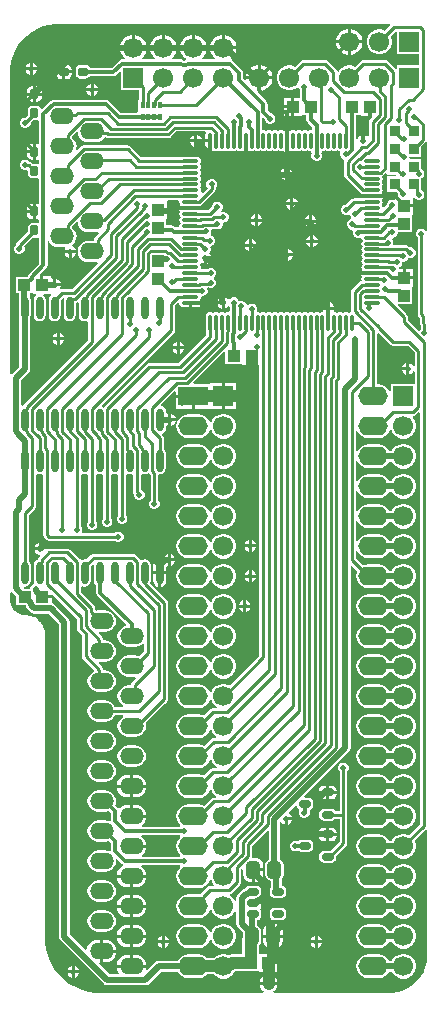
<source format=gtl>
G04*
G04 #@! TF.GenerationSoftware,Altium Limited,Altium Designer,21.0.9 (235)*
G04*
G04 Layer_Physical_Order=1*
G04 Layer_Color=255*
%FSLAX25Y25*%
%MOIN*%
G70*
G04*
G04 #@! TF.SameCoordinates,ED66E9C7-4F28-4913-B563-96F2E2C7BF46*
G04*
G04*
G04 #@! TF.FilePolarity,Positive*
G04*
G01*
G75*
%ADD10C,0.03937*%
%ADD12C,0.00984*%
G04:AMPARAMS|DCode=16|XSize=31.5mil|YSize=29.53mil|CornerRadius=7.38mil|HoleSize=0mil|Usage=FLASHONLY|Rotation=270.000|XOffset=0mil|YOffset=0mil|HoleType=Round|Shape=RoundedRectangle|*
%AMROUNDEDRECTD16*
21,1,0.03150,0.01476,0,0,270.0*
21,1,0.01673,0.02953,0,0,270.0*
1,1,0.01476,-0.00738,-0.00837*
1,1,0.01476,-0.00738,0.00837*
1,1,0.01476,0.00738,0.00837*
1,1,0.01476,0.00738,-0.00837*
%
%ADD16ROUNDEDRECTD16*%
%ADD17R,0.03543X0.03740*%
G04:AMPARAMS|DCode=18|XSize=23.62mil|YSize=39.37mil|CornerRadius=5.91mil|HoleSize=0mil|Usage=FLASHONLY|Rotation=90.000|XOffset=0mil|YOffset=0mil|HoleType=Round|Shape=RoundedRectangle|*
%AMROUNDEDRECTD18*
21,1,0.02362,0.02756,0,0,90.0*
21,1,0.01181,0.03937,0,0,90.0*
1,1,0.01181,0.01378,0.00591*
1,1,0.01181,0.01378,-0.00591*
1,1,0.01181,-0.01378,-0.00591*
1,1,0.01181,-0.01378,0.00591*
%
%ADD18ROUNDEDRECTD18*%
%ADD19R,0.03937X0.04134*%
%ADD20O,0.05512X0.01181*%
%ADD21O,0.01181X0.05512*%
G04:AMPARAMS|DCode=22|XSize=31.5mil|YSize=29.53mil|CornerRadius=7.38mil|HoleSize=0mil|Usage=FLASHONLY|Rotation=0.000|XOffset=0mil|YOffset=0mil|HoleType=Round|Shape=RoundedRectangle|*
%AMROUNDEDRECTD22*
21,1,0.03150,0.01476,0,0,0.0*
21,1,0.01673,0.02953,0,0,0.0*
1,1,0.01476,0.00837,-0.00738*
1,1,0.01476,-0.00837,-0.00738*
1,1,0.01476,-0.00837,0.00738*
1,1,0.01476,0.00837,0.00738*
%
%ADD22ROUNDEDRECTD22*%
%ADD23R,0.04134X0.03937*%
G04:AMPARAMS|DCode=24|XSize=45.28mil|YSize=57.09mil|CornerRadius=11.32mil|HoleSize=0mil|Usage=FLASHONLY|Rotation=0.000|XOffset=0mil|YOffset=0mil|HoleType=Round|Shape=RoundedRectangle|*
%AMROUNDEDRECTD24*
21,1,0.04528,0.03445,0,0,0.0*
21,1,0.02264,0.05709,0,0,0.0*
1,1,0.02264,0.01132,-0.01722*
1,1,0.02264,-0.01132,-0.01722*
1,1,0.02264,-0.01132,0.01722*
1,1,0.02264,0.01132,0.01722*
%
%ADD24ROUNDEDRECTD24*%
%ADD25O,0.02362X0.07480*%
%ADD26R,0.01260X0.01968*%
%ADD44C,0.01181*%
%ADD45C,0.01968*%
%ADD46C,0.06693*%
%ADD47R,0.06693X0.06693*%
%ADD48O,0.07874X0.05512*%
%ADD49O,0.09843X0.06299*%
%ADD50R,0.09843X0.06299*%
%ADD51R,0.06693X0.06693*%
%ADD52C,0.01968*%
%ADD53C,0.03937*%
G36*
X128654Y324499D02*
X126857Y322702D01*
X126596Y322852D01*
X125544Y323134D01*
X124456D01*
X123404Y322852D01*
X122462Y322308D01*
X121692Y321538D01*
X121148Y320596D01*
X120866Y319544D01*
Y318456D01*
X121148Y317404D01*
X121692Y316462D01*
X122462Y315692D01*
X123404Y315148D01*
X124456Y314866D01*
X125544D01*
X126596Y315148D01*
X127538Y315692D01*
X128308Y316462D01*
X128852Y317404D01*
X129134Y318456D01*
Y319544D01*
X128852Y320596D01*
X128701Y320856D01*
X130366Y322521D01*
X130866Y322314D01*
Y314866D01*
X138321D01*
Y311134D01*
X130866D01*
Y310228D01*
X130366Y310021D01*
X127839Y312548D01*
X127415Y312831D01*
X126916Y312931D01*
X119626D01*
X119127Y312831D01*
X118703Y312548D01*
X116857Y310701D01*
X116596Y310852D01*
X115544Y311134D01*
X114456D01*
X113404Y310852D01*
X112462Y310308D01*
X111692Y309538D01*
X111413Y309055D01*
X110886Y309142D01*
X110831Y309415D01*
X110548Y309839D01*
X107839Y312548D01*
X107415Y312831D01*
X106916Y312931D01*
X99626D01*
X99127Y312831D01*
X98703Y312548D01*
X96856Y310701D01*
X96596Y310852D01*
X95544Y311134D01*
X94456D01*
X93404Y310852D01*
X92462Y310308D01*
X91692Y309538D01*
X91148Y308596D01*
X90866Y307544D01*
Y306456D01*
X91148Y305404D01*
X91692Y304462D01*
X92462Y303692D01*
X93404Y303148D01*
X94456Y302866D01*
X95544D01*
X96596Y303148D01*
X97538Y303692D01*
X97728Y303882D01*
X98228Y303675D01*
Y303648D01*
X98498Y302996D01*
X98595Y302900D01*
Y300362D01*
X96673D01*
Y297394D01*
Y294425D01*
X99240D01*
Y294638D01*
X100674D01*
Y293087D01*
X100781Y292549D01*
X101085Y292093D01*
X102642Y290536D01*
Y289992D01*
X102142Y289581D01*
X102079Y289594D01*
X101541Y289487D01*
X101094Y289189D01*
X100648Y289487D01*
X100110Y289594D01*
X99573Y289487D01*
X99126Y289189D01*
X98679Y289487D01*
X98142Y289594D01*
X97604Y289487D01*
X97158Y289189D01*
X96711Y289487D01*
X96173Y289594D01*
X95636Y289487D01*
X95369Y289309D01*
X95351Y289336D01*
X94825Y289687D01*
X94705Y289711D01*
Y286024D01*
Y282336D01*
X94825Y282360D01*
X95351Y282712D01*
X95369Y282738D01*
X95636Y282560D01*
X96173Y282453D01*
X96711Y282560D01*
X97158Y282859D01*
X97604Y282560D01*
X98142Y282453D01*
X98679Y282560D01*
X99126Y282859D01*
X99573Y282560D01*
X100110Y282453D01*
X100648Y282560D01*
X101094Y282859D01*
X101541Y282560D01*
X102079Y282453D01*
X102142Y282466D01*
X102234Y282399D01*
X102545Y282003D01*
X102276Y281352D01*
Y280648D01*
X102545Y279996D01*
X103044Y279498D01*
X103695Y279228D01*
X104400D01*
X105051Y279498D01*
X105549Y279996D01*
X105819Y280648D01*
Y281352D01*
X105549Y282003D01*
X105860Y282399D01*
X105952Y282466D01*
X106016Y282453D01*
X106553Y282560D01*
X107000Y282859D01*
X107447Y282560D01*
X107984Y282453D01*
X108522Y282560D01*
X108968Y282859D01*
X109415Y282560D01*
X109953Y282453D01*
X110490Y282560D01*
X110937Y282859D01*
X111384Y282560D01*
X111712Y282495D01*
X112011Y282067D01*
X112034Y281966D01*
X111987Y281852D01*
Y281147D01*
X112256Y280496D01*
X112755Y279998D01*
X112945Y279919D01*
X113288Y279533D01*
X113272Y279450D01*
X113272Y279450D01*
X113241Y279296D01*
X113189Y279034D01*
Y274704D01*
X113288Y274205D01*
X113571Y273782D01*
X118749Y268603D01*
X118802Y268568D01*
X118888Y268140D01*
X118864Y268020D01*
X122551D01*
X126239D01*
X126215Y268140D01*
X125863Y268666D01*
X125837Y268684D01*
X126014Y268951D01*
X126121Y269488D01*
X126014Y270026D01*
X125716Y270472D01*
X126014Y270919D01*
X126121Y271457D01*
X126014Y271994D01*
X125716Y272441D01*
X126014Y272888D01*
X126121Y273425D01*
X126014Y273963D01*
X125991Y273999D01*
X125930Y274226D01*
X126353Y274509D01*
X127066Y275222D01*
X127527Y275030D01*
Y274705D01*
X130387D01*
X130448Y274614D01*
X130181Y274114D01*
X127527D01*
Y268799D01*
X130801D01*
X131065Y268535D01*
Y267833D01*
X131067Y267829D01*
X130789Y267413D01*
X130268D01*
Y266583D01*
X129852Y266305D01*
X129637Y266394D01*
X128932D01*
X128281Y266124D01*
X127782Y265626D01*
X127513Y264975D01*
Y264696D01*
X126593Y263776D01*
X126050Y263941D01*
X126014Y264120D01*
X125716Y264567D01*
X126014Y265014D01*
X126121Y265551D01*
X126014Y266089D01*
X125837Y266355D01*
X125863Y266373D01*
X126215Y266899D01*
X126239Y267020D01*
X122551D01*
X118521D01*
X118386Y266856D01*
X116551D01*
X116052Y266757D01*
X115629Y266474D01*
X113927Y264772D01*
X113648D01*
X112996Y264502D01*
X112498Y264004D01*
X112228Y263352D01*
Y262648D01*
X112498Y261996D01*
X112996Y261498D01*
X113648Y261228D01*
X114352D01*
X114728Y261384D01*
X115151Y261313D01*
X115302Y261122D01*
X115498Y260648D01*
X115669Y260477D01*
X115662Y260317D01*
X115516Y259923D01*
X114996Y259707D01*
X114498Y259209D01*
X114228Y258558D01*
Y257853D01*
X114498Y257202D01*
X114996Y256703D01*
X115648Y256434D01*
X115957D01*
X116292Y255934D01*
X116222Y255766D01*
Y255061D01*
X116492Y254410D01*
X116990Y253911D01*
X117641Y253642D01*
X118346D01*
X118503Y253707D01*
X119050Y253392D01*
X119088Y253203D01*
X119386Y252756D01*
X119088Y252309D01*
X118981Y251772D01*
X119088Y251234D01*
X119386Y250787D01*
X119088Y250341D01*
X118981Y249803D01*
X119088Y249266D01*
X119386Y248819D01*
X119088Y248372D01*
X118981Y247835D01*
X119088Y247297D01*
X119386Y246850D01*
X119088Y246404D01*
X118981Y245866D01*
X119088Y245328D01*
X119386Y244882D01*
X119088Y244435D01*
X118981Y243898D01*
X119088Y243360D01*
X119266Y243094D01*
X119239Y243076D01*
X118888Y242550D01*
X118864Y242429D01*
X122551D01*
Y241429D01*
X118864D01*
X118888Y241308D01*
X119239Y240782D01*
X119266Y240765D01*
X119088Y240498D01*
X118981Y239961D01*
X119079Y239469D01*
X118777Y239233D01*
X118668Y239166D01*
X118636Y239160D01*
X118212Y238877D01*
X115822Y236486D01*
X115539Y236063D01*
X115439Y235564D01*
Y229318D01*
X115321Y228857D01*
X114874Y228559D01*
X114427Y228857D01*
X113890Y228964D01*
X113352Y228857D01*
X112906Y228559D01*
X112459Y228857D01*
X111921Y228964D01*
X111384Y228857D01*
X110937Y228559D01*
X110490Y228857D01*
X110168Y228921D01*
X109868Y229354D01*
X109847Y229453D01*
X109941Y229679D01*
X106059D01*
X106156Y229446D01*
X106123Y229334D01*
X105830Y228927D01*
X105478Y228857D01*
X105032Y228559D01*
X104585Y228857D01*
X104047Y228964D01*
X103510Y228857D01*
X103063Y228559D01*
X102616Y228857D01*
X102079Y228964D01*
X101541Y228857D01*
X101094Y228559D01*
X100648Y228857D01*
X100110Y228964D01*
X99573Y228857D01*
X99126Y228559D01*
X98679Y228857D01*
X98142Y228964D01*
X97604Y228857D01*
X97158Y228559D01*
X96711Y228857D01*
X96173Y228964D01*
X95636Y228857D01*
X95189Y228559D01*
X94742Y228857D01*
X94205Y228964D01*
X93667Y228857D01*
X93221Y228559D01*
X92774Y228857D01*
X92236Y228964D01*
X91699Y228857D01*
X91252Y228559D01*
X90805Y228857D01*
X90268Y228964D01*
X89730Y228857D01*
X89284Y228559D01*
X88837Y228857D01*
X88299Y228964D01*
X87761Y228857D01*
X87315Y228559D01*
X86868Y228857D01*
X86331Y228964D01*
X85793Y228857D01*
X85346Y228559D01*
X84900Y228857D01*
X84419Y228953D01*
X84323Y229024D01*
X84069Y229415D01*
X84165Y229648D01*
Y230352D01*
X83896Y231004D01*
X83397Y231502D01*
X82746Y231772D01*
X82041D01*
X81390Y231502D01*
X81238Y231349D01*
X81200Y231345D01*
X80677Y231496D01*
X80494Y231939D01*
X79995Y232437D01*
X79344Y232707D01*
X78640D01*
X78221Y232533D01*
X77990Y233090D01*
X77492Y233589D01*
X76841Y233858D01*
X76136D01*
X75485Y233589D01*
X75164Y233268D01*
X74812Y233163D01*
X74524Y233282D01*
X74124Y233682D01*
X73500Y233941D01*
Y232000D01*
Y230059D01*
X74124Y230318D01*
X74583Y230777D01*
X75045Y230648D01*
X75083Y230624D01*
Y229362D01*
X74583Y228951D01*
X74520Y228964D01*
X73982Y228857D01*
X73535Y228559D01*
X73089Y228857D01*
X72551Y228964D01*
X72013Y228857D01*
X71567Y228559D01*
X71120Y228857D01*
X70583Y228964D01*
X70045Y228857D01*
X69598Y228559D01*
X69152Y228857D01*
X68614Y228964D01*
X68076Y228857D01*
X67621Y228553D01*
X67316Y228097D01*
X67209Y227559D01*
Y223228D01*
X67310Y222724D01*
Y221153D01*
X58111Y211954D01*
X54801D01*
X54462Y211887D01*
X48303D01*
X47804Y211787D01*
X47381Y211505D01*
X33377Y197501D01*
X33094Y197078D01*
X33055Y197061D01*
X32623Y197350D01*
X32463Y197897D01*
X56458Y221892D01*
X56740Y222315D01*
X56840Y222814D01*
Y231164D01*
X57647Y231972D01*
X58190Y231807D01*
X58258Y231466D01*
X58609Y230940D01*
X59135Y230588D01*
X59756Y230465D01*
X61421D01*
Y232087D01*
X61921D01*
Y232587D01*
X65609D01*
X65585Y232707D01*
X65233Y233233D01*
X65207Y233251D01*
X65385Y233518D01*
X65436Y233775D01*
X65582Y234088D01*
X65967Y234228D01*
X66352D01*
X67004Y234498D01*
X67502Y234996D01*
X67772Y235648D01*
Y236352D01*
X67663Y236615D01*
X67997Y237115D01*
X68103D01*
X68419Y236984D01*
X69124D01*
X69775Y237254D01*
X70274Y237752D01*
X70543Y238404D01*
Y239108D01*
X70274Y239759D01*
X70017Y240016D01*
X69825Y240342D01*
X70017Y240669D01*
X70274Y240926D01*
X70543Y241577D01*
Y242282D01*
X70274Y242933D01*
X69775Y243431D01*
X69124Y243701D01*
X68419D01*
X67768Y243431D01*
X67571Y243234D01*
X65856D01*
X65459Y243734D01*
X65491Y243898D01*
X65385Y244435D01*
X65179Y244743D01*
X65409Y245222D01*
X65835Y245331D01*
X65891Y245312D01*
X66500Y245059D01*
Y247000D01*
X67000D01*
Y247500D01*
X68941D01*
X68682Y248124D01*
X68156Y248650D01*
X68502Y248996D01*
X68772Y249648D01*
Y250352D01*
X68659Y250624D01*
X68858Y250922D01*
X69509Y251192D01*
X70007Y251690D01*
X70277Y252341D01*
Y253046D01*
X70007Y253697D01*
X69509Y254195D01*
X68971Y254418D01*
X68820Y254599D01*
X68716Y254965D01*
X68919Y255455D01*
Y256159D01*
X68840Y256351D01*
X69117Y256766D01*
X69934D01*
X69967Y256733D01*
X70618Y256463D01*
X71323D01*
X71974Y256733D01*
X72473Y257231D01*
X72742Y257882D01*
Y258367D01*
X72742Y258587D01*
X73183Y258829D01*
X73352D01*
X74004Y259099D01*
X74502Y259597D01*
X74772Y260248D01*
Y260953D01*
X74502Y261604D01*
X74004Y262103D01*
X73352Y262372D01*
X72648D01*
X72541Y262328D01*
X72258Y262752D01*
X72502Y262996D01*
X72772Y263648D01*
Y264352D01*
X72502Y265004D01*
X72004Y265502D01*
X71352Y265772D01*
X70648D01*
X69996Y265502D01*
X69498Y265004D01*
X69228Y264352D01*
Y264301D01*
X67846Y262919D01*
X66086D01*
X65952Y263083D01*
X61921D01*
X58234D01*
X58258Y262962D01*
X58609Y262436D01*
X58636Y262418D01*
X58458Y262152D01*
X58351Y261614D01*
X58458Y261076D01*
X58756Y260630D01*
X58458Y260183D01*
X58351Y259646D01*
X58458Y259108D01*
X58756Y258661D01*
X58458Y258215D01*
X58351Y257677D01*
X58364Y257614D01*
X57953Y257114D01*
X57133D01*
X56812Y257434D01*
X56357Y257739D01*
X55819Y257846D01*
X53992D01*
Y259886D01*
X54205D01*
Y262453D01*
X51236D01*
Y263453D01*
X54205D01*
Y266020D01*
X54624Y266215D01*
X57987D01*
X58384Y265715D01*
X58351Y265551D01*
X58458Y265014D01*
X58636Y264747D01*
X58609Y264729D01*
X58258Y264203D01*
X58234Y264083D01*
X61921D01*
X65609D01*
X65585Y264203D01*
X65414Y264460D01*
X65723Y264666D01*
X70042Y268986D01*
X70325Y269409D01*
X70424Y269908D01*
Y270256D01*
X70622Y270453D01*
X70891Y271104D01*
Y271809D01*
X70622Y272460D01*
X70123Y272959D01*
X69472Y273228D01*
X68767D01*
X68116Y272959D01*
X67618Y272460D01*
X67348Y271809D01*
Y271104D01*
X67618Y270453D01*
X67719Y270352D01*
X66047Y268681D01*
X65445Y268785D01*
X65374Y268935D01*
X65385Y268951D01*
X65491Y269488D01*
X65385Y270026D01*
X65086Y270472D01*
X65385Y270919D01*
X65491Y271457D01*
X65385Y271994D01*
X65086Y272441D01*
X65385Y272888D01*
X65491Y273425D01*
X65385Y273963D01*
X65086Y274410D01*
X65385Y274856D01*
X65491Y275394D01*
X65385Y275931D01*
X65086Y276378D01*
X65385Y276825D01*
X65491Y277362D01*
X65385Y277900D01*
X65086Y278346D01*
X65385Y278793D01*
X65491Y279331D01*
X65385Y279868D01*
X65080Y280324D01*
X64624Y280629D01*
X64087Y280736D01*
X59756D01*
X59251Y280635D01*
X45547D01*
X42027Y284155D01*
X41604Y284438D01*
X41105Y284537D01*
X26447D01*
X25947Y284438D01*
X25524Y284155D01*
X24355Y282986D01*
X23931Y283269D01*
X23932Y283272D01*
X24054Y284197D01*
X23932Y285122D01*
X23575Y285984D01*
X23007Y286724D01*
X22619Y287022D01*
X22598Y287538D01*
X24065Y289006D01*
X24593Y288827D01*
X24666Y288272D01*
X25023Y287410D01*
X25591Y286670D01*
X26331Y286102D01*
X27193Y285745D01*
X28118Y285623D01*
X30480D01*
X31405Y285745D01*
X32267Y286102D01*
X33007Y286670D01*
X33457Y287255D01*
X33786D01*
X34187Y286988D01*
X34686Y286888D01*
X54563D01*
X55062Y286988D01*
X55486Y287270D01*
X57337Y289121D01*
X66769D01*
X67079Y288621D01*
X66992Y288189D01*
Y286524D01*
X68614D01*
Y286024D01*
X69114D01*
Y282336D01*
X69235Y282360D01*
X69761Y282712D01*
X69779Y282738D01*
X70045Y282560D01*
X70583Y282453D01*
X71120Y282560D01*
X71567Y282859D01*
X72013Y282560D01*
X72551Y282453D01*
X73089Y282560D01*
X73535Y282859D01*
X73982Y282560D01*
X74520Y282453D01*
X75057Y282560D01*
X75504Y282859D01*
X75950Y282560D01*
X76488Y282453D01*
X77026Y282560D01*
X77472Y282859D01*
X77919Y282560D01*
X78457Y282453D01*
X78994Y282560D01*
X79261Y282738D01*
X79278Y282712D01*
X79805Y282360D01*
X79925Y282336D01*
Y286024D01*
X80925D01*
Y282336D01*
X81046Y282360D01*
X81572Y282712D01*
X81590Y282738D01*
X81856Y282560D01*
X82394Y282453D01*
X82931Y282560D01*
X83378Y282859D01*
X83824Y282560D01*
X84362Y282453D01*
X84900Y282560D01*
X85346Y282859D01*
X85793Y282560D01*
X86331Y282453D01*
X86868Y282560D01*
X87315Y282859D01*
X87761Y282560D01*
X88299Y282453D01*
X88837Y282560D01*
X89284Y282859D01*
X89730Y282560D01*
X90268Y282453D01*
X90805Y282560D01*
X91252Y282859D01*
X91699Y282560D01*
X92236Y282453D01*
X92774Y282560D01*
X93040Y282738D01*
X93058Y282712D01*
X93584Y282360D01*
X93705Y282336D01*
Y286024D01*
Y289711D01*
X93584Y289687D01*
X93058Y289336D01*
X93040Y289309D01*
X92774Y289487D01*
X92236Y289594D01*
X91699Y289487D01*
X91252Y289189D01*
X90805Y289487D01*
X90268Y289594D01*
X89730Y289487D01*
X89284Y289189D01*
X88837Y289487D01*
X88299Y289594D01*
X87761Y289487D01*
X87315Y289189D01*
X86868Y289487D01*
X86331Y289594D01*
X86267Y289581D01*
X85767Y289992D01*
Y293568D01*
X86229Y293759D01*
X86777Y293211D01*
Y293074D01*
X87047Y292423D01*
X87545Y291925D01*
X88196Y291655D01*
X88901D01*
X89552Y291925D01*
X90051Y292423D01*
X90320Y293074D01*
Y293779D01*
X90051Y294430D01*
X89552Y294928D01*
X88901Y295198D01*
X88764D01*
X87736Y296226D01*
Y298232D01*
X87629Y298769D01*
X87324Y299225D01*
X84373Y302176D01*
X84500Y302439D01*
Y306500D01*
X80440D01*
X80176Y306373D01*
X79664Y306885D01*
Y308678D01*
X79557Y309215D01*
X79253Y309671D01*
X76206Y312718D01*
X75775Y313006D01*
X75707Y313289D01*
X75692Y313376D01*
X75691Y313544D01*
X76478Y314331D01*
X77050Y315322D01*
X77346Y316428D01*
Y316500D01*
X68654D01*
Y316428D01*
X68950Y315322D01*
X69522Y314331D01*
X70224Y313629D01*
X70072Y313129D01*
X65928D01*
X65776Y313629D01*
X66478Y314331D01*
X67050Y315322D01*
X67347Y316428D01*
Y316500D01*
X58653D01*
Y316428D01*
X58950Y315322D01*
X59522Y314331D01*
X60331Y313522D01*
X60413Y313475D01*
X60369Y313002D01*
X60096Y312811D01*
X59939Y312733D01*
X59505Y313022D01*
X58968Y313129D01*
X55928D01*
X55776Y313629D01*
X56478Y314331D01*
X57050Y315322D01*
X57346Y316428D01*
Y316500D01*
X48654D01*
Y316428D01*
X48950Y315322D01*
X49522Y314331D01*
X50224Y313629D01*
X50072Y313129D01*
X45928D01*
X45776Y313629D01*
X46478Y314331D01*
X47050Y315322D01*
X47346Y316428D01*
Y316500D01*
X38654D01*
Y316428D01*
X38950Y315322D01*
X39522Y314331D01*
X40224Y313629D01*
X40072Y313129D01*
X39083D01*
X38545Y313022D01*
X38089Y312718D01*
X35776Y310405D01*
X28376D01*
X28086Y310838D01*
X27582Y311175D01*
X26986Y311294D01*
X25313D01*
X24718Y311175D01*
X24213Y310838D01*
X23876Y310333D01*
X23757Y309738D01*
Y308262D01*
X23876Y307667D01*
X24213Y307162D01*
X24718Y306825D01*
X25313Y306706D01*
X26986D01*
X27582Y306825D01*
X28086Y307162D01*
X28376Y307595D01*
X36358D01*
X36896Y307702D01*
X37352Y308007D01*
X38404Y309059D01*
X38866Y308868D01*
Y302866D01*
X44743D01*
Y299740D01*
X44630D01*
Y296197D01*
X44630D01*
Y295936D01*
X44308Y295437D01*
X38866D01*
X34978Y299324D01*
X34522Y299629D01*
X33985Y299736D01*
X16406D01*
X15868Y299629D01*
X15412Y299324D01*
X12658Y296570D01*
X12243Y296696D01*
X12153Y296772D01*
X11838Y297244D01*
X11333Y297581D01*
X10738Y297699D01*
X9262D01*
X8666Y297581D01*
X8162Y297244D01*
X7825Y296739D01*
X7706Y296144D01*
Y294656D01*
X6822Y293772D01*
X6648D01*
X5996Y293502D01*
X5498Y293004D01*
X5228Y292352D01*
Y291648D01*
X5498Y290996D01*
X5996Y290498D01*
X6648Y290228D01*
X7352D01*
X8004Y290498D01*
X8502Y290996D01*
X8772Y291648D01*
Y292031D01*
X9656Y292915D01*
X10738D01*
X11095Y292986D01*
X11595Y292653D01*
Y285257D01*
X11095Y284884D01*
X10738Y284955D01*
X10500D01*
Y282347D01*
Y279738D01*
X10738D01*
X11095Y279809D01*
X11595Y279436D01*
Y278702D01*
X11095Y278368D01*
X10738Y278439D01*
X9418D01*
X9123Y278734D01*
X8700Y279017D01*
X8436Y279069D01*
X8004Y279502D01*
X7352Y279772D01*
X6648D01*
X5996Y279502D01*
X5498Y279004D01*
X5228Y278352D01*
Y277648D01*
X5498Y276996D01*
X5996Y276498D01*
X6648Y276228D01*
X7352D01*
X7706Y275992D01*
Y275211D01*
X7825Y274615D01*
X8162Y274111D01*
X8666Y273774D01*
X9262Y273655D01*
X10738D01*
X11095Y273726D01*
X11595Y273393D01*
Y265357D01*
X11095Y264984D01*
X10738Y265055D01*
X10500D01*
Y262447D01*
Y259838D01*
X10738D01*
X11095Y259909D01*
X11595Y259537D01*
Y258802D01*
X11095Y258469D01*
X10738Y258540D01*
X9262D01*
X8666Y258421D01*
X8162Y258084D01*
X7825Y257579D01*
X7706Y256984D01*
Y255600D01*
X4266Y252160D01*
X3983Y251737D01*
X3921Y251427D01*
X3498Y251004D01*
X3228Y250352D01*
Y249648D01*
X3498Y248996D01*
X3996Y248498D01*
X4648Y248228D01*
X5352D01*
X6004Y248498D01*
X6502Y248996D01*
X6772Y249648D01*
Y250352D01*
X6589Y250793D01*
X9551Y253755D01*
X10738D01*
X11095Y253826D01*
X11595Y253493D01*
Y245083D01*
X8045Y241533D01*
X7741Y241077D01*
X7677Y240756D01*
X3724D01*
Y235244D01*
X4878D01*
Y233591D01*
X4753Y232961D01*
Y227842D01*
X4906Y227074D01*
X4953Y227003D01*
Y210664D01*
X2530Y208240D01*
X2520Y208225D01*
X2019Y208377D01*
Y309001D01*
X2019Y310048D01*
X2293Y312122D01*
X2834Y314144D01*
X3635Y316077D01*
X4681Y317889D01*
X5955Y319549D01*
X7435Y321029D01*
X9095Y322303D01*
X10907Y323349D01*
X12840Y324150D01*
X14862Y324692D01*
X17003Y324973D01*
X17031Y324983D01*
X17983D01*
X128446Y324999D01*
X128654Y324499D01*
D02*
G37*
G36*
X122353Y294431D02*
X122384D01*
X122576Y293970D01*
X121900Y293294D01*
X121618Y292871D01*
X121518Y292372D01*
Y287728D01*
X121018Y287521D01*
X120796Y287743D01*
X120172Y288002D01*
Y286061D01*
X119172D01*
Y288002D01*
X118548Y287743D01*
X117990Y287185D01*
X117763Y286638D01*
X117263Y286738D01*
Y288189D01*
Y294644D01*
X118786D01*
Y294431D01*
X121353D01*
Y297400D01*
X122353D01*
Y294431D01*
D02*
G37*
G36*
X140836Y285609D02*
X140980Y285524D01*
Y256155D01*
X140591Y256032D01*
X140480Y256025D01*
X140004Y256502D01*
X139352Y256772D01*
X138648D01*
X137996Y256502D01*
X137498Y256004D01*
X137228Y255352D01*
Y254648D01*
X137498Y253996D01*
X137695Y253799D01*
Y228272D01*
X137795Y227773D01*
X138077Y227350D01*
X138376Y227051D01*
Y225319D01*
X138475Y224820D01*
X138711Y224467D01*
Y223040D01*
X138514Y222843D01*
X138435Y222652D01*
X137944Y222554D01*
X134385Y226113D01*
Y227364D01*
X134286Y227863D01*
X134003Y228287D01*
X131165Y231125D01*
X131357Y231587D01*
X135992D01*
Y237280D01*
X136205D01*
Y239846D01*
X133236D01*
Y240347D01*
X132736D01*
Y243413D01*
X131635D01*
X131536Y243913D01*
X131912Y244069D01*
X132410Y244567D01*
X132680Y245218D01*
Y245772D01*
X133213D01*
X133864Y246041D01*
X134363Y246540D01*
X134605Y247125D01*
X134993Y246965D01*
X135698D01*
X136349Y247234D01*
X136847Y247733D01*
X137117Y248384D01*
Y249089D01*
X136847Y249740D01*
X136349Y250238D01*
X135698Y250508D01*
X135152D01*
X134931Y250730D01*
X134507Y251012D01*
X134008Y251112D01*
X129892D01*
X129614Y251527D01*
X129693Y251718D01*
Y252423D01*
X129423Y253074D01*
X129306Y253192D01*
X129513Y253692D01*
X129637D01*
X130288Y253962D01*
X130786Y254461D01*
X131056Y255112D01*
Y255587D01*
X135992D01*
Y261280D01*
X136205D01*
Y263846D01*
X133236D01*
Y264846D01*
X136205D01*
Y266971D01*
X136705Y267071D01*
X136726Y267018D01*
X137225Y266520D01*
X137876Y266250D01*
X138581D01*
X139232Y266520D01*
X139730Y267018D01*
X140000Y267669D01*
Y268374D01*
X139730Y269025D01*
X139232Y269524D01*
X138970Y269632D01*
Y270177D01*
X138945Y270303D01*
Y273469D01*
X139248Y273594D01*
X139746Y274093D01*
X140016Y274744D01*
Y275449D01*
X139746Y276100D01*
X139248Y276598D01*
X138945Y276724D01*
Y280020D01*
X135378D01*
X134992Y280520D01*
X135016Y280610D01*
X138945D01*
Y284080D01*
X140359Y285495D01*
X140480Y285676D01*
X140836Y285609D01*
D02*
G37*
G36*
X24593Y258827D02*
X24666Y258272D01*
X25023Y257410D01*
X25591Y256670D01*
X26331Y256102D01*
X27193Y255745D01*
X28118Y255623D01*
X30480D01*
X31244Y255724D01*
X31485Y255257D01*
X30185Y253958D01*
X29903Y253535D01*
X29803Y253035D01*
Y252771D01*
X28118D01*
X27193Y252649D01*
X26331Y252292D01*
X25591Y251724D01*
X25023Y250984D01*
X24666Y250122D01*
X24544Y249197D01*
X24666Y248272D01*
X25023Y247410D01*
X25591Y246670D01*
X26331Y246102D01*
X27193Y245745D01*
X28118Y245623D01*
X30480D01*
X30908Y245679D01*
X31142Y245206D01*
X22662Y236726D01*
X19220D01*
X18877Y236658D01*
X18538Y237012D01*
X18517Y237057D01*
X18700Y237500D01*
X16760D01*
Y238000D01*
X16260D01*
Y239941D01*
X16050Y239854D01*
X15550Y240188D01*
Y240968D01*
X12983D01*
Y238000D01*
X11983D01*
Y241269D01*
X11917Y241430D01*
X13994Y243507D01*
X14298Y243963D01*
X14405Y244501D01*
Y252596D01*
X14905Y252695D01*
X15023Y252410D01*
X15591Y251670D01*
X16331Y251102D01*
X17193Y250745D01*
X18118Y250623D01*
X20110D01*
X20318Y250124D01*
X20059Y249500D01*
X23941D01*
X23682Y250124D01*
X23124Y250682D01*
X22746Y250839D01*
X22670Y251411D01*
X23007Y251670D01*
X23575Y252410D01*
X23932Y253272D01*
X24054Y254197D01*
X23932Y255122D01*
X23575Y255984D01*
X23007Y256724D01*
X22619Y257022D01*
X22598Y257538D01*
X24065Y259006D01*
X24593Y258827D01*
D02*
G37*
G36*
X128527Y218077D02*
X128950Y217795D01*
X129450Y217695D01*
X134460D01*
X136695Y215460D01*
Y210914D01*
X136195Y210815D01*
X136067Y211124D01*
X135509Y211682D01*
X134885Y211941D01*
Y210000D01*
Y208059D01*
X135509Y208318D01*
X136067Y208876D01*
X136195Y209185D01*
X136695Y209085D01*
Y205039D01*
X128866D01*
Y202615D01*
X128366Y202516D01*
X128211Y202891D01*
X127580Y203713D01*
X126757Y204345D01*
X125799Y204741D01*
X124772Y204876D01*
X124305D01*
Y221647D01*
X124767Y221838D01*
X128527Y218077D01*
D02*
G37*
G36*
X9417Y235032D02*
X10416D01*
X10568Y234531D01*
X10341Y234380D01*
X9905Y233729D01*
X9753Y232961D01*
Y227842D01*
X9905Y227074D01*
X10341Y226423D01*
X10992Y225988D01*
X11760Y225835D01*
X12528Y225988D01*
X13179Y226423D01*
X13614Y227074D01*
X13767Y227842D01*
Y232961D01*
X13614Y233729D01*
X13179Y234380D01*
X12952Y234531D01*
X13104Y235032D01*
X15416D01*
X15596Y234550D01*
X15341Y234380D01*
X14906Y233729D01*
X14753Y232961D01*
Y227842D01*
X14906Y227074D01*
X15341Y226423D01*
X15992Y225988D01*
X16760Y225835D01*
X17528Y225988D01*
X18179Y226423D01*
X18614Y227074D01*
X18767Y227842D01*
Y232961D01*
X18740Y233096D01*
X19401Y233757D01*
X19862Y233511D01*
X19753Y232961D01*
Y227842D01*
X19906Y227074D01*
X20341Y226423D01*
X20992Y225988D01*
X21760Y225835D01*
X22528Y225988D01*
X23179Y226423D01*
X23614Y227074D01*
X23767Y227842D01*
Y231971D01*
X24010Y232019D01*
X24253Y232181D01*
X24753Y231949D01*
Y227842D01*
X24905Y227074D01*
X25341Y226423D01*
X25992Y225988D01*
X26760Y225835D01*
X27495Y225982D01*
X27604Y225978D01*
X27995Y225770D01*
Y219624D01*
X6605Y198235D01*
X6322Y197811D01*
X6114Y197740D01*
X5613Y198098D01*
Y206215D01*
X8037Y208638D01*
X8429Y209224D01*
X8566Y209916D01*
Y227003D01*
X8614Y227074D01*
X8767Y227842D01*
Y232961D01*
X8614Y233729D01*
X8491Y233913D01*
Y235244D01*
X9417D01*
Y235032D01*
D02*
G37*
G36*
X73634Y215618D02*
Y211638D01*
X79327D01*
Y211425D01*
X81894D01*
Y214394D01*
X82894D01*
Y211425D01*
X85026D01*
Y114366D01*
X75117Y104457D01*
X74596Y104758D01*
X73544Y105039D01*
X72456D01*
X71404Y104758D01*
X70462Y104213D01*
X69692Y103444D01*
X69148Y102501D01*
X69056Y102157D01*
X68529Y102123D01*
X68211Y102891D01*
X67580Y103713D01*
X66757Y104344D01*
X65799Y104741D01*
X64772Y104876D01*
X61228D01*
X60201Y104741D01*
X59243Y104344D01*
X58420Y103713D01*
X57789Y102891D01*
X57393Y101933D01*
X57257Y100906D01*
X57393Y99878D01*
X57789Y98920D01*
X58420Y98098D01*
X59243Y97466D01*
X60201Y97070D01*
X61228Y96934D01*
X64772D01*
X65799Y97070D01*
X66757Y97466D01*
X67580Y98098D01*
X68211Y98920D01*
X68529Y99688D01*
X69056Y99654D01*
X69148Y99310D01*
X69692Y98367D01*
X70462Y97598D01*
X70915Y97336D01*
X70781Y96836D01*
X69398D01*
X68898Y96737D01*
X68475Y96454D01*
X66480Y94459D01*
X65799Y94741D01*
X64772Y94876D01*
X61228D01*
X60201Y94741D01*
X59243Y94345D01*
X58420Y93713D01*
X57789Y92891D01*
X57393Y91933D01*
X57257Y90905D01*
X57393Y89878D01*
X57789Y88920D01*
X58420Y88098D01*
X59243Y87467D01*
X60201Y87070D01*
X61228Y86935D01*
X64772D01*
X65799Y87070D01*
X66757Y87467D01*
X67580Y88098D01*
X68211Y88920D01*
X68529Y89688D01*
X69056Y89654D01*
X69148Y89310D01*
X69692Y88367D01*
X70462Y87598D01*
X70551Y87546D01*
X70422Y87063D01*
X69853D01*
X69354Y86964D01*
X68930Y86681D01*
X66642Y84392D01*
X65799Y84741D01*
X64772Y84877D01*
X61228D01*
X60201Y84741D01*
X59243Y84345D01*
X58420Y83713D01*
X57789Y82891D01*
X57393Y81933D01*
X57257Y80905D01*
X57393Y79878D01*
X57789Y78920D01*
X58420Y78098D01*
X59243Y77466D01*
X60201Y77070D01*
X61228Y76934D01*
X64772D01*
X65799Y77070D01*
X66757Y77466D01*
X67580Y78098D01*
X68211Y78920D01*
X68529Y79688D01*
X69056Y79654D01*
X69148Y79310D01*
X69692Y78367D01*
X70462Y77598D01*
X70915Y77336D01*
X70781Y76836D01*
X69398D01*
X68898Y76737D01*
X68475Y76454D01*
X66480Y74459D01*
X65799Y74741D01*
X64772Y74876D01*
X61228D01*
X60201Y74741D01*
X59243Y74344D01*
X58420Y73713D01*
X57789Y72891D01*
X57393Y71933D01*
X57257Y70906D01*
X57393Y69878D01*
X57789Y68920D01*
X58420Y68098D01*
X59243Y67466D01*
X60201Y67070D01*
X61228Y66935D01*
X64772D01*
X65799Y67070D01*
X66757Y67466D01*
X67580Y68098D01*
X68211Y68920D01*
X68529Y69688D01*
X69056Y69654D01*
X69148Y69310D01*
X69692Y68367D01*
X70462Y67598D01*
X70510Y67570D01*
X70381Y67087D01*
X69782D01*
X69283Y66987D01*
X68859Y66704D01*
X66575Y64420D01*
X65799Y64741D01*
X64772Y64877D01*
X61228D01*
X60201Y64741D01*
X59243Y64345D01*
X58420Y63713D01*
X57789Y62891D01*
X57393Y61933D01*
X57257Y60905D01*
X57393Y59878D01*
X57789Y58920D01*
X58420Y58098D01*
X58671Y57905D01*
X58502Y57405D01*
X46020D01*
X45850Y57905D01*
X46269Y58227D01*
X46871Y59011D01*
X47250Y59925D01*
X47313Y60405D01*
X42409D01*
Y60905D01*
X41909D01*
Y64694D01*
X41228D01*
X40248Y64565D01*
X39334Y64186D01*
X38550Y63584D01*
X38474Y63486D01*
X38140Y63497D01*
X37910Y63573D01*
X36884Y64599D01*
X37043Y64981D01*
X37164Y65905D01*
X37043Y66830D01*
X36686Y67692D01*
X36118Y68433D01*
X35377Y69001D01*
X34516Y69358D01*
X33591Y69479D01*
X31228D01*
X30303Y69358D01*
X29441Y69001D01*
X28701Y68433D01*
X28133Y67692D01*
X27776Y66830D01*
X27654Y65905D01*
X27776Y64981D01*
X28133Y64119D01*
X28701Y63378D01*
X29441Y62810D01*
X30303Y62453D01*
X31228Y62332D01*
X33591D01*
X34516Y62453D01*
X34898Y62612D01*
X35563Y61946D01*
Y59465D01*
X35267Y59193D01*
X35093Y59118D01*
X34516Y59358D01*
X33591Y59479D01*
X31228D01*
X30303Y59358D01*
X29441Y59001D01*
X28701Y58433D01*
X28133Y57692D01*
X27776Y56831D01*
X27654Y55905D01*
X27776Y54980D01*
X28133Y54119D01*
X28701Y53378D01*
X29441Y52811D01*
X30303Y52453D01*
X31228Y52332D01*
X33591D01*
X34516Y52453D01*
X34898Y52612D01*
X35563Y51947D01*
Y49465D01*
X35267Y49193D01*
X35093Y49118D01*
X34516Y49358D01*
X33591Y49479D01*
X31228D01*
X30303Y49358D01*
X29441Y49001D01*
X28701Y48433D01*
X28133Y47692D01*
X27776Y46830D01*
X27654Y45906D01*
X27776Y44980D01*
X28133Y44119D01*
X28701Y43378D01*
X29441Y42810D01*
X30303Y42453D01*
X31228Y42332D01*
X33591D01*
X34516Y42453D01*
X35377Y42810D01*
X36118Y43378D01*
X36686Y44119D01*
X37043Y44980D01*
X37164Y45906D01*
X37085Y46509D01*
X37559Y46742D01*
X39294Y45006D01*
X39567Y44824D01*
X39542Y44272D01*
X39334Y44186D01*
X38550Y43584D01*
X37948Y42800D01*
X37569Y41886D01*
X37506Y41405D01*
X47313D01*
X47250Y41886D01*
X46871Y42800D01*
X46269Y43584D01*
X45604Y44095D01*
X45744Y44595D01*
X58524D01*
X58634Y44453D01*
X58538Y43803D01*
X58420Y43713D01*
X57789Y42891D01*
X57393Y41933D01*
X57257Y40905D01*
X57393Y39878D01*
X57789Y38920D01*
X58420Y38098D01*
X59243Y37467D01*
X60201Y37070D01*
X61228Y36935D01*
X64772D01*
X65799Y37070D01*
X66757Y37467D01*
X67580Y38098D01*
X68211Y38920D01*
X68529Y39688D01*
X69056Y39654D01*
X69148Y39310D01*
X69692Y38367D01*
X69975Y38084D01*
X69768Y37584D01*
X68374D01*
X67875Y37485D01*
X67452Y37202D01*
X65250Y35001D01*
X65135Y34829D01*
X64772Y34876D01*
X61228D01*
X60201Y34741D01*
X59243Y34345D01*
X58420Y33713D01*
X57789Y32891D01*
X57393Y31933D01*
X57257Y30906D01*
X57393Y29878D01*
X57789Y28920D01*
X58420Y28098D01*
X59243Y27467D01*
X60201Y27070D01*
X61228Y26934D01*
X64772D01*
X65799Y27070D01*
X66757Y27467D01*
X67580Y28098D01*
X68211Y28920D01*
X68529Y29688D01*
X69056Y29654D01*
X69148Y29310D01*
X69692Y28367D01*
X70462Y27598D01*
X71404Y27053D01*
X72456Y26772D01*
X73544D01*
X74596Y27053D01*
X75538Y27598D01*
X76308Y28367D01*
X76780Y29185D01*
X77280Y29051D01*
Y24946D01*
X77418Y24255D01*
X77809Y23669D01*
X79368Y22110D01*
Y20639D01*
X79362Y20625D01*
X79268Y19906D01*
Y14780D01*
X75895D01*
X75175Y14685D01*
X74911Y14575D01*
X74596Y14758D01*
X73544Y15039D01*
X72456D01*
X71404Y14758D01*
X70462Y14213D01*
X69933Y13685D01*
X67601D01*
X67580Y13713D01*
X66757Y14345D01*
X65799Y14741D01*
X64772Y14876D01*
X61228D01*
X60201Y14741D01*
X59243Y14345D01*
X58420Y13713D01*
X57789Y12891D01*
X57715Y12712D01*
X51554D01*
X50863Y12574D01*
X50277Y12183D01*
X47630Y9536D01*
X47206Y9819D01*
X47250Y9925D01*
X47313Y10406D01*
X37506D01*
X37569Y9925D01*
X37948Y9011D01*
X38199Y8684D01*
X37952Y8184D01*
X35101D01*
X31668Y11617D01*
X31875Y12117D01*
X31909D01*
Y15905D01*
Y19694D01*
X31228D01*
X30248Y19565D01*
X29334Y19186D01*
X28550Y18584D01*
X27948Y17800D01*
X27569Y16886D01*
X27515Y16477D01*
X26987Y16298D01*
X21806Y21479D01*
Y125744D01*
X21669Y126435D01*
X21277Y127021D01*
X16884Y131415D01*
X16298Y131806D01*
X15732Y131919D01*
Y133500D01*
X12665D01*
Y134500D01*
X15755D01*
X16194Y134682D01*
X24117Y126759D01*
Y123500D01*
X24216Y123001D01*
X24499Y122578D01*
X25888Y121188D01*
Y114234D01*
X25988Y113735D01*
X26270Y113312D01*
X29929Y109653D01*
X29832Y109162D01*
X29441Y109001D01*
X28701Y108433D01*
X28133Y107693D01*
X27776Y106831D01*
X27654Y105905D01*
X27776Y104981D01*
X28133Y104119D01*
X28701Y103378D01*
X29441Y102810D01*
X30303Y102453D01*
X31228Y102332D01*
X33591D01*
X34516Y102453D01*
X35377Y102810D01*
X36118Y103378D01*
X36686Y104119D01*
X37043Y104981D01*
X37164Y105905D01*
X37043Y106831D01*
X36686Y107693D01*
X36118Y108433D01*
X35377Y109001D01*
X34516Y109358D01*
X33591Y109479D01*
X32987D01*
Y109744D01*
X32888Y110243D01*
X32605Y110667D01*
X31440Y111832D01*
X31647Y112332D01*
X33591D01*
X34516Y112453D01*
X35377Y112810D01*
X36118Y113378D01*
X36686Y114119D01*
X37043Y114980D01*
X37164Y115905D01*
X37043Y116831D01*
X36686Y117692D01*
X36118Y118433D01*
X35377Y119001D01*
X34516Y119358D01*
X33591Y119479D01*
X32987D01*
Y119744D01*
X32888Y120243D01*
X32605Y120667D01*
X31440Y121832D01*
X31647Y122332D01*
X33591D01*
X34516Y122453D01*
X35377Y122810D01*
X36118Y123378D01*
X36686Y124119D01*
X37043Y124980D01*
X37164Y125906D01*
X37043Y126830D01*
X36686Y127692D01*
X36118Y128433D01*
X35377Y129001D01*
X34516Y129358D01*
X33591Y129479D01*
X31228D01*
X30685Y129408D01*
X30269Y129785D01*
Y130301D01*
X30170Y130800D01*
X29887Y131223D01*
X25525Y135585D01*
Y137368D01*
X25915Y137577D01*
X26025Y137580D01*
X26760Y137434D01*
X27528Y137587D01*
X28179Y138022D01*
X28614Y138673D01*
X28767Y139441D01*
Y144240D01*
X28828Y144281D01*
X29277Y144729D01*
X29610Y144610D01*
X29753Y144498D01*
Y139441D01*
X29906Y138673D01*
X30341Y138022D01*
X30595Y137852D01*
Y135396D01*
X30702Y134858D01*
X31007Y134402D01*
X40565Y124844D01*
X40404Y124371D01*
X40303Y124358D01*
X39441Y124001D01*
X38701Y123433D01*
X38133Y122693D01*
X37776Y121830D01*
X37655Y120905D01*
X37776Y119981D01*
X38133Y119119D01*
X38701Y118378D01*
X39441Y117810D01*
X40303Y117453D01*
X41228Y117332D01*
X43591D01*
X44516Y117453D01*
X45377Y117810D01*
X46118Y118378D01*
X46163Y118437D01*
X46636Y118277D01*
Y115796D01*
X44998Y114158D01*
X44516Y114358D01*
X43591Y114479D01*
X41228D01*
X40303Y114358D01*
X39441Y114001D01*
X38701Y113433D01*
X38133Y112692D01*
X37776Y111830D01*
X37655Y110906D01*
X37776Y109980D01*
X38133Y109119D01*
X38701Y108378D01*
X39441Y107810D01*
X40303Y107453D01*
X41228Y107332D01*
X43494D01*
X43778Y106910D01*
X42536Y105667D01*
X42253Y105243D01*
X42153Y104744D01*
Y104479D01*
X41228D01*
X40303Y104358D01*
X39441Y104001D01*
X38701Y103433D01*
X38133Y102692D01*
X37776Y101830D01*
X37655Y100906D01*
X37776Y99980D01*
X38133Y99119D01*
X38701Y98378D01*
X39441Y97811D01*
X39684Y97710D01*
X39584Y97210D01*
X36885D01*
X36686Y97692D01*
X36118Y98433D01*
X35377Y99001D01*
X34516Y99358D01*
X33591Y99479D01*
X31228D01*
X30303Y99358D01*
X29441Y99001D01*
X28701Y98433D01*
X28133Y97692D01*
X27776Y96830D01*
X27654Y95906D01*
X27776Y94981D01*
X28133Y94119D01*
X28701Y93378D01*
X29441Y92810D01*
X30303Y92453D01*
X31228Y92332D01*
X33591D01*
X34516Y92453D01*
X35377Y92810D01*
X36118Y93378D01*
X36686Y94119D01*
X36885Y94601D01*
X39584D01*
X39684Y94101D01*
X39441Y94001D01*
X38701Y93433D01*
X38133Y92692D01*
X37776Y91830D01*
X37655Y90905D01*
X37776Y89981D01*
X38133Y89119D01*
X38701Y88378D01*
X39441Y87810D01*
X40303Y87453D01*
X41228Y87332D01*
X43591D01*
X44516Y87453D01*
X45377Y87810D01*
X46118Y88378D01*
X46686Y89119D01*
X47043Y89981D01*
X47164Y90905D01*
X47043Y91830D01*
X47016Y91895D01*
X53379Y98259D01*
X53379Y98259D01*
X54178Y99058D01*
X54461Y99481D01*
X54561Y99980D01*
Y131926D01*
X54461Y132425D01*
X54178Y132848D01*
X48510Y138517D01*
X48614Y138673D01*
X48767Y139441D01*
Y144559D01*
X48614Y145327D01*
X48179Y145978D01*
X47528Y146413D01*
X46760Y146566D01*
X45992Y146413D01*
X45757Y146257D01*
X45267Y146354D01*
X45222Y146422D01*
X43701Y147942D01*
X43278Y148225D01*
X42779Y148324D01*
X29722D01*
X29223Y148225D01*
X28800Y147942D01*
X27314Y146456D01*
X26760Y146566D01*
X25992Y146413D01*
X25849Y146318D01*
X25168Y146464D01*
X25143Y146501D01*
X21930Y149714D01*
X21507Y149997D01*
X21007Y150096D01*
X15007D01*
X14507Y149997D01*
X14484Y149981D01*
X13984Y150248D01*
Y150395D01*
X13682Y151124D01*
X13124Y151682D01*
X12500Y151941D01*
Y150000D01*
X12000D01*
Y149500D01*
X10059D01*
X10318Y148876D01*
X10876Y148318D01*
X11605Y148016D01*
X11733D01*
X11924Y147554D01*
X11605Y147235D01*
X11322Y146811D01*
X11253Y146465D01*
X10992Y146413D01*
X10341Y145978D01*
X9905Y145327D01*
X9753Y144559D01*
Y139441D01*
X9905Y138673D01*
X9849Y138485D01*
X9474Y138330D01*
X8916Y137772D01*
X8614Y137043D01*
Y136756D01*
X6557D01*
X6369Y137002D01*
X6651Y137455D01*
X6760Y137434D01*
X7528Y137587D01*
X8179Y138022D01*
X8614Y138673D01*
X8767Y139441D01*
Y144559D01*
X8614Y145327D01*
X8179Y145978D01*
X8064Y146055D01*
Y161327D01*
X10143Y163406D01*
X10426Y163829D01*
X10525Y164328D01*
Y174770D01*
X10915Y174978D01*
X11025Y174982D01*
X11760Y174835D01*
X12495Y174982D01*
X12604Y174978D01*
X12995Y174770D01*
Y154577D01*
X13094Y154077D01*
X13377Y153654D01*
X13953Y153077D01*
X14377Y152795D01*
X14876Y152695D01*
X36799D01*
X36996Y152498D01*
X37648Y152228D01*
X38352D01*
X39004Y152498D01*
X39502Y152996D01*
X39772Y153648D01*
Y154352D01*
X39502Y155004D01*
X39004Y155502D01*
X38352Y155772D01*
X37648D01*
X36996Y155502D01*
X36799Y155305D01*
X26191D01*
X25913Y155720D01*
X25992Y155911D01*
Y156616D01*
X25722Y157267D01*
X25525Y157465D01*
Y174770D01*
X25915Y174978D01*
X26025Y174982D01*
X26760Y174835D01*
X27416Y174966D01*
X27916Y174692D01*
Y159201D01*
X27718Y159004D01*
X27449Y158352D01*
Y157648D01*
X27718Y156996D01*
X28217Y156498D01*
X28868Y156228D01*
X29573D01*
X30224Y156498D01*
X30722Y156996D01*
X30992Y157648D01*
Y158352D01*
X30722Y159004D01*
X30525Y159201D01*
Y174770D01*
X30915Y174978D01*
X31025Y174982D01*
X31760Y174835D01*
X32416Y174966D01*
X32916Y174692D01*
Y160201D01*
X32719Y160004D01*
X32449Y159352D01*
Y158648D01*
X32719Y157996D01*
X33217Y157498D01*
X33868Y157228D01*
X34573D01*
X35224Y157498D01*
X35722Y157996D01*
X35992Y158648D01*
Y159352D01*
X35722Y160004D01*
X35525Y160201D01*
Y174770D01*
X35915Y174978D01*
X36025Y174982D01*
X36760Y174835D01*
X37416Y174966D01*
X37916Y174692D01*
Y161201D01*
X37718Y161004D01*
X37449Y160352D01*
Y159648D01*
X37718Y158996D01*
X38217Y158498D01*
X38868Y158228D01*
X39573D01*
X40224Y158498D01*
X40722Y158996D01*
X40992Y159648D01*
Y160352D01*
X40722Y161004D01*
X40525Y161201D01*
Y174770D01*
X40915Y174978D01*
X41025Y174982D01*
X41760Y174835D01*
X42416Y174966D01*
X42916Y174692D01*
Y169046D01*
X43015Y168547D01*
X43228Y168228D01*
Y167648D01*
X43498Y166996D01*
X43996Y166498D01*
X44648Y166228D01*
X45352D01*
X46004Y166498D01*
X46502Y166996D01*
X46772Y167648D01*
Y168352D01*
X46502Y169004D01*
X46004Y169502D01*
X45525Y169700D01*
Y174770D01*
X45915Y174978D01*
X46025Y174982D01*
X46760Y174835D01*
X47528Y174988D01*
X48055Y175340D01*
X48094Y175324D01*
X48377Y174901D01*
X48695Y174582D01*
Y166201D01*
X48498Y166004D01*
X48228Y165352D01*
Y164648D01*
X48498Y163996D01*
X48996Y163498D01*
X49648Y163228D01*
X50352D01*
X51004Y163498D01*
X51502Y163996D01*
X51772Y164648D01*
Y165352D01*
X51502Y166004D01*
X51305Y166201D01*
Y174532D01*
X51691Y174849D01*
X51760Y174835D01*
X52528Y174988D01*
X53179Y175423D01*
X53614Y176075D01*
X53767Y176842D01*
Y181961D01*
X53614Y182729D01*
X53179Y183380D01*
X53064Y183456D01*
Y186961D01*
X52965Y187460D01*
X52682Y187884D01*
X52644Y187922D01*
X52776Y188497D01*
X53332Y188868D01*
X53814Y189590D01*
X53984Y190441D01*
Y190862D01*
X54399Y191140D01*
X54594Y191059D01*
Y193000D01*
Y194941D01*
X54399Y194860D01*
X53984Y195138D01*
Y195559D01*
X53814Y196410D01*
X53332Y197132D01*
X52611Y197614D01*
X52349Y197666D01*
X52203Y198144D01*
X56617Y202558D01*
X57079Y202366D01*
Y201406D01*
X63000D01*
Y200905D01*
X63500D01*
Y196756D01*
X68654D01*
Y196559D01*
X72500D01*
Y200905D01*
Y205252D01*
X68654D01*
Y205055D01*
X63071D01*
X62880Y205517D01*
X73172Y215809D01*
X73634Y215618D01*
D02*
G37*
G36*
X138467Y195372D02*
Y58218D01*
X134856Y54607D01*
X134596Y54758D01*
X133544Y55039D01*
X132456D01*
X131404Y54758D01*
X130462Y54213D01*
X129692Y53444D01*
X129270Y52712D01*
X128285D01*
X128211Y52891D01*
X127580Y53713D01*
X126757Y54344D01*
X125799Y54741D01*
X124772Y54877D01*
X121228D01*
X120201Y54741D01*
X119243Y54344D01*
X118420Y53713D01*
X117789Y52891D01*
X117393Y51933D01*
X117257Y50906D01*
X117393Y49878D01*
X117789Y48920D01*
X118420Y48098D01*
X119243Y47467D01*
X120201Y47070D01*
X121228Y46935D01*
X124772D01*
X125799Y47070D01*
X126757Y47467D01*
X127580Y48098D01*
X128211Y48920D01*
X128285Y49099D01*
X129270D01*
X129692Y48367D01*
X130462Y47598D01*
X131404Y47053D01*
X132456Y46772D01*
X133544D01*
X134596Y47053D01*
X135538Y47598D01*
X136308Y48367D01*
X136852Y49310D01*
X137134Y50361D01*
Y51450D01*
X136852Y52501D01*
X136702Y52762D01*
X140480Y56541D01*
X140980Y56334D01*
Y14657D01*
Y13829D01*
X140764Y12186D01*
X140336Y10586D01*
X139701Y9055D01*
X138873Y7621D01*
X137865Y6307D01*
X136693Y5135D01*
X135379Y4127D01*
X133944Y3299D01*
X132414Y2664D01*
X130814Y2236D01*
X129171Y2019D01*
X89826D01*
X89692Y2520D01*
X89874Y2625D01*
X90427Y3177D01*
X90817Y3854D01*
X90990Y4500D01*
X85112D01*
X85285Y3854D01*
X85676Y3177D01*
X86229Y2625D01*
X86410Y2520D01*
X86277Y2019D01*
X31665D01*
X30487Y2019D01*
X28150Y2327D01*
X25873Y2937D01*
X23696Y3839D01*
X21655Y5018D01*
X19785Y6453D01*
X18118Y8119D01*
X16683Y9989D01*
X15505Y12030D01*
X14603Y14208D01*
X13993Y16485D01*
X13685Y18822D01*
Y20000D01*
Y121000D01*
X13680Y121025D01*
X13684Y121050D01*
X13655Y121638D01*
X13636Y121711D01*
Y121787D01*
X13407Y122941D01*
X13368Y123033D01*
X13349Y123132D01*
X12899Y124218D01*
X12843Y124302D01*
X12805Y124395D01*
X12151Y125373D01*
X12080Y125444D01*
X12024Y125527D01*
X11193Y126359D01*
X11109Y126415D01*
X11038Y126486D01*
X10060Y127139D01*
X9967Y127178D01*
X9884Y127234D01*
X8797Y127684D01*
X8699Y127703D01*
X8606Y127742D01*
X7452Y127971D01*
X7377D01*
X7304Y127989D01*
X6715Y128018D01*
X6705Y128017D01*
X6695Y128019D01*
X6221Y128033D01*
X5296Y128244D01*
X4430Y128632D01*
X3657Y129182D01*
X3006Y129871D01*
X2502Y130675D01*
X2164Y131561D01*
X2005Y132497D01*
X2019Y132971D01*
X2017Y132985D01*
X2019Y133000D01*
Y135441D01*
X2520Y135592D01*
X2530Y135577D01*
X3906Y134201D01*
Y131244D01*
X7030D01*
X7158Y130599D01*
X7549Y130013D01*
X8703Y128860D01*
X9289Y128469D01*
X9980Y128331D01*
X14859D01*
X18194Y124996D01*
Y20731D01*
X18331Y20040D01*
X18723Y19454D01*
X33076Y5101D01*
X33662Y4709D01*
X34353Y4572D01*
X47027D01*
X47718Y4709D01*
X48304Y5101D01*
X52302Y9099D01*
X57715D01*
X57789Y8920D01*
X58420Y8098D01*
X59243Y7467D01*
X60201Y7070D01*
X61228Y6934D01*
X64772D01*
X65799Y7070D01*
X66757Y7467D01*
X67580Y8098D01*
X67601Y8126D01*
X69933D01*
X70462Y7598D01*
X71404Y7053D01*
X72456Y6772D01*
X73544D01*
X74596Y7053D01*
X75538Y7598D01*
X76308Y8367D01*
X76679Y9009D01*
X76718Y9025D01*
X76971Y9220D01*
X82047D01*
X82228Y9244D01*
X84886D01*
Y9031D01*
X87453D01*
Y12000D01*
Y14968D01*
X84886D01*
X84827Y15444D01*
Y17702D01*
X84972Y17799D01*
X85396Y18434D01*
X85545Y19183D01*
Y22628D01*
X85396Y23377D01*
X84972Y24012D01*
X84338Y24436D01*
X84263Y24451D01*
Y26276D01*
X84742Y26371D01*
X85198Y26676D01*
X85503Y27132D01*
X85610Y27669D01*
Y28850D01*
X85503Y29388D01*
X85198Y29844D01*
X85388Y30318D01*
X85703Y30789D01*
X85826Y31409D01*
Y31500D01*
X82827D01*
Y32500D01*
X85826D01*
Y32591D01*
X85703Y33211D01*
X85388Y33682D01*
X85198Y34156D01*
X85503Y34612D01*
X85610Y35150D01*
Y36331D01*
X85503Y36868D01*
X85198Y37324D01*
X84742Y37629D01*
X84205Y37736D01*
X81449D01*
X80911Y37629D01*
X80455Y37324D01*
X80151Y36868D01*
X80115Y36688D01*
X79779Y36622D01*
X79193Y36230D01*
X77809Y34846D01*
X77418Y34260D01*
X77280Y33569D01*
Y32760D01*
X76780Y32626D01*
X76308Y33444D01*
X75538Y34213D01*
X75055Y34493D01*
X75142Y35020D01*
X75415Y35074D01*
X75839Y35357D01*
X78549Y38067D01*
X78831Y38490D01*
X78931Y38989D01*
Y43215D01*
X79108Y43349D01*
X79608Y43100D01*
Y41278D01*
X79773Y40446D01*
X80244Y39741D01*
X80950Y39269D01*
X81782Y39104D01*
X82413D01*
Y43000D01*
X82913D01*
Y43500D01*
X86219D01*
Y44722D01*
X86054Y45554D01*
X85582Y46259D01*
X84877Y46731D01*
X84045Y46896D01*
X82846D01*
X82788Y46923D01*
X82449Y47396D01*
X82474Y47522D01*
Y51018D01*
X87732Y56276D01*
X88194Y56084D01*
Y46545D01*
X88119Y46530D01*
X87484Y46106D01*
X87060Y45471D01*
X86911Y44722D01*
Y41278D01*
X87060Y40529D01*
X87484Y39894D01*
X88119Y39470D01*
X88780Y39338D01*
Y37292D01*
X88497Y36868D01*
X88390Y36331D01*
Y35150D01*
X88497Y34612D01*
X88802Y34156D01*
X89258Y33852D01*
X89795Y33745D01*
X92551D01*
X93089Y33852D01*
X93545Y34156D01*
X93849Y34612D01*
X93956Y35150D01*
Y36331D01*
X93849Y36868D01*
X93545Y37324D01*
X93089Y37629D01*
X92551Y37736D01*
X92393D01*
Y39812D01*
X92516Y39894D01*
X92940Y40529D01*
X93089Y41278D01*
Y44722D01*
X92940Y45471D01*
X92516Y46106D01*
X91881Y46530D01*
X91806Y46545D01*
Y58804D01*
X92306Y58904D01*
X92318Y58876D01*
X92876Y58318D01*
X93500Y58059D01*
Y60000D01*
X94000D01*
Y60500D01*
X95941D01*
X95682Y61124D01*
X95124Y61682D01*
X94877Y61784D01*
X94780Y62275D01*
X97029Y64523D01*
X97501Y64289D01*
X97584Y63872D01*
X97888Y63416D01*
X98108Y63269D01*
X98344Y63108D01*
X98333Y62604D01*
X98228Y62352D01*
Y61648D01*
X98498Y60996D01*
X98996Y60498D01*
X99648Y60228D01*
X100352D01*
X101004Y60498D01*
X101502Y60996D01*
X101772Y61648D01*
Y62352D01*
X101697Y62533D01*
X101876Y63052D01*
X102175Y63112D01*
X102631Y63416D01*
X102936Y63872D01*
X103043Y64410D01*
Y65591D01*
X102936Y66128D01*
X102631Y66584D01*
X102175Y66888D01*
X101638Y66996D01*
X100154D01*
X99963Y67457D01*
X114872Y82367D01*
X115263Y82952D01*
X115401Y83644D01*
Y144235D01*
X115863Y144426D01*
X117675Y142614D01*
X117393Y141933D01*
X117257Y140905D01*
X117393Y139878D01*
X117789Y138920D01*
X118420Y138098D01*
X119243Y137467D01*
X120201Y137070D01*
X121228Y136934D01*
X124772D01*
X125799Y137070D01*
X126757Y137467D01*
X127580Y138098D01*
X128211Y138920D01*
X128285Y139099D01*
X129270D01*
X129692Y138367D01*
X130462Y137598D01*
X131404Y137053D01*
X132456Y136772D01*
X133544D01*
X134596Y137053D01*
X135538Y137598D01*
X136308Y138367D01*
X136852Y139310D01*
X137134Y140361D01*
Y141450D01*
X136852Y142501D01*
X136308Y143444D01*
X135538Y144213D01*
X134596Y144758D01*
X133544Y145039D01*
X132456D01*
X131404Y144758D01*
X130462Y144213D01*
X129692Y143444D01*
X129270Y142712D01*
X128285D01*
X128211Y142891D01*
X127580Y143713D01*
X126757Y144344D01*
X125799Y144741D01*
X124772Y144877D01*
X121228D01*
X120201Y144741D01*
X119520Y144459D01*
X117163Y146816D01*
Y149126D01*
X117663Y149225D01*
X117789Y148920D01*
X118420Y148098D01*
X119243Y147467D01*
X120201Y147070D01*
X121228Y146934D01*
X124772D01*
X125799Y147070D01*
X126757Y147467D01*
X127580Y148098D01*
X128211Y148920D01*
X128285Y149099D01*
X129270D01*
X129692Y148367D01*
X130462Y147598D01*
X131404Y147053D01*
X132456Y146772D01*
X133544D01*
X134596Y147053D01*
X135538Y147598D01*
X136308Y148367D01*
X136852Y149310D01*
X137134Y150361D01*
Y151450D01*
X136852Y152501D01*
X136308Y153444D01*
X135538Y154213D01*
X134596Y154758D01*
X133544Y155039D01*
X132456D01*
X131404Y154758D01*
X130462Y154213D01*
X129692Y153444D01*
X129270Y152712D01*
X128285D01*
X128211Y152891D01*
X127580Y153713D01*
X126757Y154344D01*
X125799Y154741D01*
X124772Y154876D01*
X121228D01*
X120201Y154741D01*
X119243Y154344D01*
X118420Y153713D01*
X117789Y152891D01*
X117663Y152585D01*
X117163Y152685D01*
Y159126D01*
X117663Y159225D01*
X117789Y158920D01*
X118420Y158098D01*
X119243Y157467D01*
X120201Y157070D01*
X121228Y156934D01*
X124772D01*
X125799Y157070D01*
X126757Y157467D01*
X127580Y158098D01*
X128211Y158920D01*
X128285Y159099D01*
X129270D01*
X129692Y158367D01*
X130462Y157598D01*
X131404Y157053D01*
X132456Y156772D01*
X133544D01*
X134596Y157053D01*
X135538Y157598D01*
X136308Y158367D01*
X136852Y159310D01*
X137134Y160361D01*
Y161450D01*
X136852Y162501D01*
X136308Y163444D01*
X135538Y164213D01*
X134596Y164758D01*
X133544Y165039D01*
X132456D01*
X131404Y164758D01*
X130462Y164213D01*
X129692Y163444D01*
X129270Y162712D01*
X128285D01*
X128211Y162891D01*
X127580Y163713D01*
X126757Y164345D01*
X125799Y164741D01*
X124772Y164876D01*
X121228D01*
X120201Y164741D01*
X119243Y164345D01*
X118420Y163713D01*
X117789Y162891D01*
X117663Y162585D01*
X117163Y162685D01*
Y169126D01*
X117663Y169226D01*
X117789Y168920D01*
X118420Y168098D01*
X119243Y167467D01*
X120201Y167070D01*
X121228Y166935D01*
X124772D01*
X125799Y167070D01*
X126757Y167467D01*
X127580Y168098D01*
X128211Y168920D01*
X128285Y169099D01*
X129270D01*
X129692Y168367D01*
X130462Y167598D01*
X131404Y167053D01*
X132456Y166772D01*
X133544D01*
X134596Y167053D01*
X135538Y167598D01*
X136308Y168367D01*
X136852Y169310D01*
X137134Y170361D01*
Y171450D01*
X136852Y172501D01*
X136308Y173444D01*
X135538Y174213D01*
X134596Y174758D01*
X133544Y175039D01*
X132456D01*
X131404Y174758D01*
X130462Y174213D01*
X129692Y173444D01*
X129270Y172712D01*
X128285D01*
X128211Y172891D01*
X127580Y173713D01*
X126757Y174345D01*
X125799Y174741D01*
X124772Y174876D01*
X121228D01*
X120201Y174741D01*
X119243Y174345D01*
X118420Y173713D01*
X117789Y172891D01*
X117663Y172585D01*
X117163Y172685D01*
Y179126D01*
X117663Y179226D01*
X117789Y178920D01*
X118420Y178098D01*
X119243Y177467D01*
X120201Y177070D01*
X121228Y176935D01*
X124772D01*
X125799Y177070D01*
X126757Y177467D01*
X127580Y178098D01*
X128211Y178920D01*
X128285Y179099D01*
X129270D01*
X129692Y178367D01*
X130462Y177598D01*
X131404Y177053D01*
X132456Y176772D01*
X133544D01*
X134596Y177053D01*
X135538Y177598D01*
X136308Y178367D01*
X136852Y179310D01*
X137134Y180361D01*
Y181450D01*
X136852Y182501D01*
X136308Y183444D01*
X135538Y184213D01*
X134596Y184758D01*
X133544Y185039D01*
X132456D01*
X131404Y184758D01*
X130462Y184213D01*
X129692Y183444D01*
X129270Y182712D01*
X128285D01*
X128211Y182891D01*
X127580Y183713D01*
X126757Y184344D01*
X125799Y184741D01*
X124772Y184877D01*
X121228D01*
X120201Y184741D01*
X119243Y184344D01*
X118420Y183713D01*
X117789Y182891D01*
X117663Y182586D01*
X117163Y182685D01*
Y189126D01*
X117663Y189225D01*
X117789Y188920D01*
X118420Y188098D01*
X119243Y187467D01*
X120201Y187070D01*
X121228Y186934D01*
X124772D01*
X125799Y187070D01*
X126757Y187467D01*
X127580Y188098D01*
X128211Y188920D01*
X128529Y189688D01*
X129056Y189654D01*
X129148Y189310D01*
X129692Y188367D01*
X130462Y187598D01*
X131404Y187053D01*
X132456Y186772D01*
X133544D01*
X134596Y187053D01*
X135538Y187598D01*
X136308Y188367D01*
X136852Y189310D01*
X137134Y190361D01*
Y191450D01*
X136852Y192501D01*
X136308Y193444D01*
X136025Y193727D01*
X136082Y194005D01*
X136215Y194244D01*
X136628Y194326D01*
X137051Y194609D01*
X138005Y195563D01*
X138467Y195372D01*
D02*
G37*
G36*
X58634Y54453D02*
X58538Y53803D01*
X58420Y53713D01*
X57789Y52891D01*
X57393Y51933D01*
X57257Y50906D01*
X57393Y49878D01*
X57789Y48920D01*
X58420Y48098D01*
X58671Y47905D01*
X58502Y47405D01*
X46020D01*
X45850Y47905D01*
X46269Y48227D01*
X46871Y49011D01*
X47250Y49925D01*
X47313Y50406D01*
X42409D01*
Y51406D01*
X47313D01*
X47250Y51886D01*
X46871Y52800D01*
X46269Y53584D01*
X45604Y54095D01*
X45744Y54595D01*
X58524D01*
X58634Y54453D01*
D02*
G37*
%LPC*%
G36*
X115572Y323346D02*
X115500D01*
Y319500D01*
X119346D01*
Y319572D01*
X119050Y320678D01*
X118478Y321669D01*
X117669Y322478D01*
X116678Y323050D01*
X115572Y323346D01*
D02*
G37*
G36*
X114500D02*
X114428D01*
X113322Y323050D01*
X112331Y322478D01*
X111522Y321669D01*
X110950Y320678D01*
X110653Y319572D01*
Y319500D01*
X114500D01*
Y323346D01*
D02*
G37*
G36*
X73572Y321346D02*
X73500D01*
Y317500D01*
X77346D01*
Y317572D01*
X77050Y318678D01*
X76478Y319669D01*
X75669Y320478D01*
X74678Y321050D01*
X73572Y321346D01*
D02*
G37*
G36*
X72500D02*
X72428D01*
X71322Y321050D01*
X70331Y320478D01*
X69522Y319669D01*
X68950Y318678D01*
X68654Y317572D01*
Y317500D01*
X72500D01*
Y321346D01*
D02*
G37*
G36*
X63572D02*
X63500D01*
Y317500D01*
X67347D01*
Y317572D01*
X67050Y318678D01*
X66478Y319669D01*
X65669Y320478D01*
X64678Y321050D01*
X63572Y321346D01*
D02*
G37*
G36*
X62500D02*
X62428D01*
X61322Y321050D01*
X60331Y320478D01*
X59522Y319669D01*
X58950Y318678D01*
X58653Y317572D01*
Y317500D01*
X62500D01*
Y321346D01*
D02*
G37*
G36*
X53572D02*
X53500D01*
Y317500D01*
X57346D01*
Y317572D01*
X57050Y318678D01*
X56478Y319669D01*
X55669Y320478D01*
X54678Y321050D01*
X53572Y321346D01*
D02*
G37*
G36*
X52500D02*
X52428D01*
X51322Y321050D01*
X50331Y320478D01*
X49522Y319669D01*
X48950Y318678D01*
X48654Y317572D01*
Y317500D01*
X52500D01*
Y321346D01*
D02*
G37*
G36*
X43572D02*
X43500D01*
Y317500D01*
X47346D01*
Y317572D01*
X47050Y318678D01*
X46478Y319669D01*
X45669Y320478D01*
X44678Y321050D01*
X43572Y321346D01*
D02*
G37*
G36*
X42500D02*
X42428D01*
X41322Y321050D01*
X40331Y320478D01*
X39522Y319669D01*
X38950Y318678D01*
X38654Y317572D01*
Y317500D01*
X42500D01*
Y321346D01*
D02*
G37*
G36*
X119346Y318500D02*
X115500D01*
Y314653D01*
X115572D01*
X116678Y314950D01*
X117669Y315522D01*
X118478Y316331D01*
X119050Y317322D01*
X119346Y318428D01*
Y318500D01*
D02*
G37*
G36*
X114500D02*
X110653D01*
Y318428D01*
X110950Y317322D01*
X111522Y316331D01*
X112331Y315522D01*
X113322Y314950D01*
X114428Y314653D01*
X114500D01*
Y318500D01*
D02*
G37*
G36*
X9500Y311941D02*
Y310500D01*
X10941D01*
X10682Y311124D01*
X10124Y311682D01*
X9500Y311941D01*
D02*
G37*
G36*
X8500D02*
X7876Y311682D01*
X7318Y311124D01*
X7059Y310500D01*
X8500D01*
Y311941D01*
D02*
G37*
G36*
X20687Y311510D02*
X20350D01*
Y309500D01*
X22459D01*
Y309738D01*
X22324Y310416D01*
X21940Y310991D01*
X21365Y311375D01*
X20687Y311510D01*
D02*
G37*
G36*
X19350D02*
X19014D01*
X18336Y311375D01*
X17761Y310991D01*
X17376Y310416D01*
X17242Y309738D01*
Y309500D01*
X19350D01*
Y311510D01*
D02*
G37*
G36*
X10941Y309500D02*
X9500D01*
Y308059D01*
X10124Y308318D01*
X10682Y308876D01*
X10941Y309500D01*
D02*
G37*
G36*
X8500D02*
X7059D01*
X7318Y308876D01*
X7876Y308318D01*
X8500Y308059D01*
Y309500D01*
D02*
G37*
G36*
X85572Y311347D02*
X85500D01*
Y307500D01*
X89346D01*
Y307572D01*
X89050Y308678D01*
X88478Y309669D01*
X87669Y310478D01*
X86678Y311050D01*
X85572Y311347D01*
D02*
G37*
G36*
X84500D02*
X84428D01*
X83322Y311050D01*
X82331Y310478D01*
X81522Y309669D01*
X80950Y308678D01*
X80654Y307572D01*
Y307500D01*
X84500D01*
Y311347D01*
D02*
G37*
G36*
X22459Y308500D02*
X20350D01*
Y306490D01*
X20687D01*
X21365Y306625D01*
X21940Y307009D01*
X22324Y307584D01*
X22459Y308262D01*
Y308500D01*
D02*
G37*
G36*
X19350D02*
X17242D01*
Y308262D01*
X17376Y307584D01*
X17761Y307009D01*
X18336Y306625D01*
X19014Y306490D01*
X19350D01*
Y308500D01*
D02*
G37*
G36*
X29799Y304941D02*
Y303500D01*
X31240D01*
X30981Y304124D01*
X30423Y304682D01*
X29799Y304941D01*
D02*
G37*
G36*
X28799D02*
X28175Y304682D01*
X27617Y304124D01*
X27359Y303500D01*
X28799D01*
Y304941D01*
D02*
G37*
G36*
X89346Y306500D02*
X85500D01*
Y302654D01*
X85572D01*
X86678Y302950D01*
X87669Y303522D01*
X88478Y304331D01*
X89050Y305322D01*
X89346Y306428D01*
Y306500D01*
D02*
G37*
G36*
X10738Y304215D02*
X10500D01*
Y302106D01*
X12510D01*
Y302443D01*
X12376Y303121D01*
X11991Y303696D01*
X11416Y304080D01*
X10738Y304215D01*
D02*
G37*
G36*
X9500D02*
X9262D01*
X8584Y304080D01*
X8009Y303696D01*
X7625Y303121D01*
X7490Y302443D01*
Y302106D01*
X9500D01*
Y304215D01*
D02*
G37*
G36*
X31240Y302500D02*
X29799D01*
Y301059D01*
X30423Y301318D01*
X30981Y301876D01*
X31240Y302500D01*
D02*
G37*
G36*
X28799D02*
X27359D01*
X27617Y301876D01*
X28175Y301318D01*
X28799Y301059D01*
Y302500D01*
D02*
G37*
G36*
X12510Y301106D02*
X10500D01*
Y298997D01*
X10738D01*
X11416Y299132D01*
X11991Y299517D01*
X12376Y300092D01*
X12510Y300770D01*
Y301106D01*
D02*
G37*
G36*
X9500D02*
X7490D01*
Y300770D01*
X7625Y300092D01*
X8009Y299517D01*
X8584Y299132D01*
X9262Y298997D01*
X9500D01*
Y301106D01*
D02*
G37*
G36*
X95673Y300362D02*
X93106D01*
Y297894D01*
X95673D01*
Y300362D01*
D02*
G37*
G36*
Y296894D02*
X93106D01*
Y294425D01*
X95673D01*
Y296894D01*
D02*
G37*
G36*
X64350Y287964D02*
Y286524D01*
X65791D01*
X65533Y287148D01*
X64974Y287706D01*
X64350Y287964D01*
D02*
G37*
G36*
X63350D02*
X62726Y287706D01*
X62168Y287148D01*
X61910Y286524D01*
X63350D01*
Y287964D01*
D02*
G37*
G36*
X65791Y285524D02*
X64350D01*
Y284083D01*
X64974Y284342D01*
X65533Y284900D01*
X65791Y285524D01*
D02*
G37*
G36*
X63350D02*
X61910D01*
X62168Y284900D01*
X62726Y284342D01*
X63350Y284083D01*
Y285524D01*
D02*
G37*
G36*
X9500Y284955D02*
X9262D01*
X8584Y284821D01*
X8009Y284436D01*
X7625Y283861D01*
X7490Y283183D01*
Y282846D01*
X9500D01*
Y284955D01*
D02*
G37*
G36*
X68114Y285524D02*
X66992D01*
Y283858D01*
X67116Y283238D01*
X67467Y282712D01*
X67994Y282360D01*
X68114Y282336D01*
Y285524D01*
D02*
G37*
G36*
X9500Y281846D02*
X7490D01*
Y281510D01*
X7625Y280832D01*
X8009Y280257D01*
X8584Y279873D01*
X9262Y279738D01*
X9500D01*
Y281846D01*
D02*
G37*
G36*
X94500Y276941D02*
Y275500D01*
X95941D01*
X95682Y276124D01*
X95124Y276682D01*
X94500Y276941D01*
D02*
G37*
G36*
X93500D02*
X92876Y276682D01*
X92318Y276124D01*
X92059Y275500D01*
X93500D01*
Y276941D01*
D02*
G37*
G36*
X95941Y274500D02*
X94500D01*
Y273059D01*
X95124Y273318D01*
X95682Y273876D01*
X95941Y274500D01*
D02*
G37*
G36*
X93500D02*
X92059D01*
X92318Y273876D01*
X92876Y273318D01*
X93500Y273059D01*
Y274500D01*
D02*
G37*
G36*
X96341Y266982D02*
Y265542D01*
X97782D01*
X97523Y266166D01*
X96965Y266724D01*
X96341Y266982D01*
D02*
G37*
G36*
X95341D02*
X94717Y266724D01*
X94159Y266166D01*
X93900Y265542D01*
X95341D01*
Y266982D01*
D02*
G37*
G36*
X97782Y264542D02*
X96341D01*
Y263101D01*
X96965Y263359D01*
X97523Y263918D01*
X97782Y264542D01*
D02*
G37*
G36*
X95341D02*
X93900D01*
X94159Y263918D01*
X94717Y263359D01*
X95341Y263101D01*
Y264542D01*
D02*
G37*
G36*
X9500Y265055D02*
X9262D01*
X8584Y264921D01*
X8009Y264536D01*
X7625Y263962D01*
X7490Y263283D01*
Y262947D01*
X9500D01*
Y265055D01*
D02*
G37*
G36*
X84500Y261538D02*
Y260097D01*
X85941D01*
X85682Y260721D01*
X85124Y261279D01*
X84500Y261538D01*
D02*
G37*
G36*
X83500D02*
X82876Y261279D01*
X82318Y260721D01*
X82059Y260097D01*
X83500D01*
Y261538D01*
D02*
G37*
G36*
X9500Y261947D02*
X7490D01*
Y261610D01*
X7625Y260932D01*
X8009Y260357D01*
X8584Y259973D01*
X9262Y259838D01*
X9500D01*
Y261947D01*
D02*
G37*
G36*
X102500Y261150D02*
Y259709D01*
X103941D01*
X103682Y260333D01*
X103124Y260891D01*
X102500Y261150D01*
D02*
G37*
G36*
X101500D02*
X100876Y260891D01*
X100318Y260333D01*
X100059Y259709D01*
X101500D01*
Y261150D01*
D02*
G37*
G36*
X85941Y259097D02*
X84500D01*
Y257657D01*
X85124Y257915D01*
X85682Y258473D01*
X85941Y259097D01*
D02*
G37*
G36*
X83500D02*
X82059D01*
X82318Y258473D01*
X82876Y257915D01*
X83500Y257657D01*
Y259097D01*
D02*
G37*
G36*
X103941Y258709D02*
X102500D01*
Y257268D01*
X103124Y257527D01*
X103682Y258085D01*
X103941Y258709D01*
D02*
G37*
G36*
X101500D02*
X100059D01*
X100318Y258085D01*
X100876Y257527D01*
X101500Y257268D01*
Y258709D01*
D02*
G37*
G36*
X103000Y254491D02*
Y253050D01*
X104441D01*
X104182Y253675D01*
X103624Y254233D01*
X103000Y254491D01*
D02*
G37*
G36*
X102000D02*
X101376Y254233D01*
X100818Y253675D01*
X100559Y253050D01*
X102000D01*
Y254491D01*
D02*
G37*
G36*
X82541Y253132D02*
Y251692D01*
X83982D01*
X83723Y252316D01*
X83165Y252874D01*
X82541Y253132D01*
D02*
G37*
G36*
X81541D02*
X80917Y252874D01*
X80359Y252316D01*
X80101Y251692D01*
X81541D01*
Y253132D01*
D02*
G37*
G36*
X104441Y252050D02*
X103000D01*
Y250610D01*
X103624Y250868D01*
X104182Y251427D01*
X104441Y252050D01*
D02*
G37*
G36*
X102000D02*
X100559D01*
X100818Y251427D01*
X101376Y250868D01*
X102000Y250610D01*
Y252050D01*
D02*
G37*
G36*
X83982Y250692D02*
X82541D01*
Y249251D01*
X83165Y249510D01*
X83723Y250068D01*
X83982Y250692D01*
D02*
G37*
G36*
X81541D02*
X80101D01*
X80359Y250068D01*
X80917Y249510D01*
X81541Y249251D01*
Y250692D01*
D02*
G37*
G36*
X94659Y249941D02*
Y248500D01*
X96100D01*
X95841Y249124D01*
X95283Y249682D01*
X94659Y249941D01*
D02*
G37*
G36*
X93659D02*
X93035Y249682D01*
X92477Y249124D01*
X92218Y248500D01*
X93659D01*
Y249941D01*
D02*
G37*
G36*
X96100Y247500D02*
X94659D01*
Y246059D01*
X95283Y246318D01*
X95841Y246876D01*
X96100Y247500D01*
D02*
G37*
G36*
X93659D02*
X92218D01*
X92477Y246876D01*
X93035Y246318D01*
X93659Y246059D01*
Y247500D01*
D02*
G37*
G36*
X68941Y246500D02*
X67500D01*
Y245059D01*
X68124Y245318D01*
X68682Y245876D01*
X68941Y246500D01*
D02*
G37*
G36*
X72500Y233941D02*
X71876Y233682D01*
X71318Y233124D01*
X71059Y232500D01*
X72500D01*
Y233941D01*
D02*
G37*
G36*
X108500Y232120D02*
Y230679D01*
X109941D01*
X109682Y231303D01*
X109124Y231861D01*
X108500Y232120D01*
D02*
G37*
G36*
X107500D02*
X106876Y231861D01*
X106318Y231303D01*
X106059Y230679D01*
X107500D01*
Y232120D01*
D02*
G37*
G36*
X65609Y231587D02*
X62421D01*
Y230465D01*
X64087D01*
X64707Y230588D01*
X65233Y230940D01*
X65585Y231466D01*
X65609Y231587D01*
D02*
G37*
G36*
X72500Y231500D02*
X71059D01*
X71318Y230876D01*
X71876Y230318D01*
X72500Y230059D01*
Y231500D01*
D02*
G37*
G36*
X58500Y218941D02*
Y217500D01*
X59941D01*
X59682Y218124D01*
X59124Y218682D01*
X58500Y218941D01*
D02*
G37*
G36*
X57500D02*
X56876Y218682D01*
X56318Y218124D01*
X56059Y217500D01*
X57500D01*
Y218941D01*
D02*
G37*
G36*
X59941Y216500D02*
X58500D01*
Y215059D01*
X59124Y215318D01*
X59682Y215876D01*
X59941Y216500D01*
D02*
G37*
G36*
X57500D02*
X56059D01*
X56318Y215876D01*
X56876Y215318D01*
X57500Y215059D01*
Y216500D01*
D02*
G37*
G36*
X136205Y243413D02*
X133736D01*
Y240846D01*
X136205D01*
Y243413D01*
D02*
G37*
G36*
X23941Y248500D02*
X22500D01*
Y247059D01*
X23124Y247318D01*
X23682Y247876D01*
X23941Y248500D01*
D02*
G37*
G36*
X21500D02*
X20059D01*
X20318Y247876D01*
X20876Y247318D01*
X21500Y247059D01*
Y248500D01*
D02*
G37*
G36*
X17260Y239941D02*
Y238500D01*
X18700D01*
X18442Y239124D01*
X17884Y239682D01*
X17260Y239941D01*
D02*
G37*
G36*
X133885Y211941D02*
X133261Y211682D01*
X132703Y211124D01*
X132445Y210500D01*
X133885D01*
Y211941D01*
D02*
G37*
G36*
Y209500D02*
X132445D01*
X132703Y208876D01*
X133261Y208318D01*
X133885Y208059D01*
Y209500D01*
D02*
G37*
G36*
X18500Y221941D02*
Y220500D01*
X19941D01*
X19682Y221124D01*
X19124Y221682D01*
X18500Y221941D01*
D02*
G37*
G36*
X17500D02*
X16876Y221682D01*
X16318Y221124D01*
X16059Y220500D01*
X17500D01*
Y221941D01*
D02*
G37*
G36*
X19941Y219500D02*
X18500D01*
Y218059D01*
X19124Y218318D01*
X19682Y218876D01*
X19941Y219500D01*
D02*
G37*
G36*
X17500D02*
X16059D01*
X16318Y218876D01*
X16876Y218318D01*
X17500Y218059D01*
Y219500D01*
D02*
G37*
G36*
X77346Y205252D02*
X73500D01*
Y201406D01*
X77346D01*
Y205252D01*
D02*
G37*
G36*
X62500Y200406D02*
X57079D01*
Y196756D01*
X62500D01*
Y200406D01*
D02*
G37*
G36*
X77346D02*
X73500D01*
Y196559D01*
X77346D01*
Y200406D01*
D02*
G37*
G36*
X55594Y194941D02*
Y193500D01*
X57035D01*
X56777Y194124D01*
X56218Y194682D01*
X55594Y194941D01*
D02*
G37*
G36*
X73544Y195039D02*
X72456D01*
X71404Y194758D01*
X70462Y194213D01*
X69692Y193444D01*
X69148Y192501D01*
X69056Y192157D01*
X68529Y192123D01*
X68211Y192891D01*
X67580Y193713D01*
X66757Y194344D01*
X65799Y194741D01*
X64772Y194877D01*
X61228D01*
X60201Y194741D01*
X59243Y194344D01*
X58420Y193713D01*
X57789Y192891D01*
X57393Y191933D01*
X57257Y190905D01*
X57393Y189878D01*
X57789Y188920D01*
X58420Y188098D01*
X59243Y187467D01*
X60201Y187070D01*
X61228Y186934D01*
X64772D01*
X65799Y187070D01*
X66757Y187467D01*
X67580Y188098D01*
X68211Y188920D01*
X68529Y189688D01*
X69056Y189654D01*
X69148Y189310D01*
X69692Y188367D01*
X70462Y187598D01*
X71404Y187053D01*
X72456Y186772D01*
X73544D01*
X74596Y187053D01*
X75538Y187598D01*
X76308Y188367D01*
X76852Y189310D01*
X77134Y190361D01*
Y191450D01*
X76852Y192501D01*
X76308Y193444D01*
X75538Y194213D01*
X74596Y194758D01*
X73544Y195039D01*
D02*
G37*
G36*
X57035Y192500D02*
X55594D01*
Y191059D01*
X56218Y191318D01*
X56777Y191876D01*
X57035Y192500D01*
D02*
G37*
G36*
X73544Y185039D02*
X72456D01*
X71404Y184758D01*
X70462Y184213D01*
X69692Y183444D01*
X69148Y182501D01*
X69056Y182157D01*
X68529Y182123D01*
X68211Y182891D01*
X67580Y183713D01*
X66757Y184344D01*
X65799Y184741D01*
X64772Y184877D01*
X61228D01*
X60201Y184741D01*
X59243Y184344D01*
X58420Y183713D01*
X57789Y182891D01*
X57393Y181933D01*
X57257Y180905D01*
X57393Y179878D01*
X57789Y178920D01*
X58420Y178098D01*
X59243Y177467D01*
X60201Y177070D01*
X61228Y176935D01*
X64772D01*
X65799Y177070D01*
X66757Y177467D01*
X67580Y178098D01*
X68211Y178920D01*
X68529Y179688D01*
X69056Y179654D01*
X69148Y179310D01*
X69692Y178367D01*
X70462Y177598D01*
X71404Y177053D01*
X72456Y176772D01*
X73544D01*
X74596Y177053D01*
X75538Y177598D01*
X76308Y178367D01*
X76852Y179310D01*
X77134Y180361D01*
Y181450D01*
X76852Y182501D01*
X76308Y183444D01*
X75538Y184213D01*
X74596Y184758D01*
X73544Y185039D01*
D02*
G37*
G36*
Y175039D02*
X72456D01*
X71404Y174758D01*
X70462Y174213D01*
X69692Y173444D01*
X69148Y172501D01*
X69056Y172157D01*
X68529Y172123D01*
X68211Y172891D01*
X67580Y173713D01*
X66757Y174345D01*
X65799Y174741D01*
X64772Y174876D01*
X61228D01*
X60201Y174741D01*
X59243Y174345D01*
X58420Y173713D01*
X57789Y172891D01*
X57393Y171933D01*
X57257Y170905D01*
X57393Y169878D01*
X57789Y168920D01*
X58420Y168098D01*
X59243Y167467D01*
X60201Y167070D01*
X61228Y166935D01*
X64772D01*
X65799Y167070D01*
X66757Y167467D01*
X67580Y168098D01*
X68211Y168920D01*
X68529Y169688D01*
X69056Y169654D01*
X69148Y169310D01*
X69692Y168367D01*
X70462Y167598D01*
X71404Y167053D01*
X72456Y166772D01*
X73544D01*
X74596Y167053D01*
X75538Y167598D01*
X76308Y168367D01*
X76852Y169310D01*
X77134Y170361D01*
Y171450D01*
X76852Y172501D01*
X76308Y173444D01*
X75538Y174213D01*
X74596Y174758D01*
X73544Y175039D01*
D02*
G37*
G36*
Y165039D02*
X72456D01*
X71404Y164758D01*
X70462Y164213D01*
X69692Y163444D01*
X69148Y162501D01*
X69056Y162157D01*
X68529Y162123D01*
X68211Y162891D01*
X67580Y163713D01*
X66757Y164345D01*
X65799Y164741D01*
X64772Y164876D01*
X61228D01*
X60201Y164741D01*
X59243Y164345D01*
X58420Y163713D01*
X57789Y162891D01*
X57393Y161933D01*
X57257Y160906D01*
X57393Y159878D01*
X57789Y158920D01*
X58420Y158098D01*
X59243Y157467D01*
X60201Y157070D01*
X61228Y156934D01*
X64772D01*
X65799Y157070D01*
X66757Y157467D01*
X67580Y158098D01*
X68211Y158920D01*
X68529Y159688D01*
X69056Y159654D01*
X69148Y159310D01*
X69692Y158367D01*
X70462Y157598D01*
X71404Y157053D01*
X72456Y156772D01*
X73544D01*
X74596Y157053D01*
X75538Y157598D01*
X76308Y158367D01*
X76852Y159310D01*
X77134Y160361D01*
Y161450D01*
X76852Y162501D01*
X76308Y163444D01*
X75538Y164213D01*
X74596Y164758D01*
X73544Y165039D01*
D02*
G37*
G36*
Y155039D02*
X72456D01*
X71404Y154758D01*
X70462Y154213D01*
X69692Y153444D01*
X69148Y152501D01*
X69056Y152157D01*
X68529Y152123D01*
X68211Y152891D01*
X67580Y153713D01*
X66757Y154344D01*
X65799Y154741D01*
X64772Y154876D01*
X61228D01*
X60201Y154741D01*
X59243Y154344D01*
X58420Y153713D01*
X57789Y152891D01*
X57393Y151933D01*
X57257Y150906D01*
X57393Y149878D01*
X57789Y148920D01*
X58420Y148098D01*
X59243Y147467D01*
X60201Y147070D01*
X61228Y146934D01*
X64772D01*
X65799Y147070D01*
X66757Y147467D01*
X67580Y148098D01*
X68211Y148920D01*
X68529Y149688D01*
X69056Y149654D01*
X69148Y149310D01*
X69692Y148367D01*
X70462Y147598D01*
X71404Y147053D01*
X72456Y146772D01*
X73544D01*
X74596Y147053D01*
X75538Y147598D01*
X76308Y148367D01*
X76852Y149310D01*
X77134Y150361D01*
Y151450D01*
X76852Y152501D01*
X76308Y153444D01*
X75538Y154213D01*
X74596Y154758D01*
X73544Y155039D01*
D02*
G37*
G36*
X82500Y152941D02*
Y151500D01*
X83941D01*
X83682Y152124D01*
X83124Y152682D01*
X82500Y152941D01*
D02*
G37*
G36*
X81500D02*
X80876Y152682D01*
X80318Y152124D01*
X80059Y151500D01*
X81500D01*
Y152941D01*
D02*
G37*
G36*
X11500Y151941D02*
X10876Y151682D01*
X10318Y151124D01*
X10059Y150500D01*
X11500D01*
Y151941D01*
D02*
G37*
G36*
X83941Y150500D02*
X82500D01*
Y149059D01*
X83124Y149318D01*
X83682Y149876D01*
X83941Y150500D01*
D02*
G37*
G36*
X81500D02*
X80059D01*
X80318Y149876D01*
X80876Y149318D01*
X81500Y149059D01*
Y150500D01*
D02*
G37*
G36*
X55500Y148220D02*
Y146780D01*
X56941D01*
X56682Y147404D01*
X56124Y147962D01*
X55500Y148220D01*
D02*
G37*
G36*
X54500D02*
X53876Y147962D01*
X53318Y147404D01*
X53103Y146886D01*
X52668Y146645D01*
X52516Y146633D01*
X52260Y146683D01*
Y142500D01*
X53984D01*
Y144103D01*
X54399Y144381D01*
X54500Y144339D01*
Y146280D01*
Y148220D01*
D02*
G37*
G36*
X56941Y145780D02*
X55500D01*
Y144339D01*
X56124Y144597D01*
X56682Y145156D01*
X56941Y145780D01*
D02*
G37*
G36*
X51260Y146683D02*
X50909Y146614D01*
X50187Y146132D01*
X49705Y145410D01*
X49536Y144559D01*
Y142500D01*
X51260D01*
Y146683D01*
D02*
G37*
G36*
X73544Y145039D02*
X72456D01*
X71404Y144758D01*
X70462Y144213D01*
X69692Y143444D01*
X69148Y142501D01*
X69056Y142157D01*
X68529Y142123D01*
X68211Y142891D01*
X67580Y143713D01*
X66757Y144344D01*
X65799Y144741D01*
X64772Y144877D01*
X61228D01*
X60201Y144741D01*
X59243Y144344D01*
X58420Y143713D01*
X57789Y142891D01*
X57393Y141933D01*
X57257Y140905D01*
X57393Y139878D01*
X57789Y138920D01*
X58420Y138098D01*
X59243Y137467D01*
X60201Y137070D01*
X61228Y136934D01*
X64772D01*
X65799Y137070D01*
X66757Y137467D01*
X67580Y138098D01*
X68211Y138920D01*
X68529Y139688D01*
X69056Y139654D01*
X69148Y139310D01*
X69692Y138367D01*
X70462Y137598D01*
X71404Y137053D01*
X72456Y136772D01*
X73544D01*
X74596Y137053D01*
X75538Y137598D01*
X76308Y138367D01*
X76852Y139310D01*
X77134Y140361D01*
Y141450D01*
X76852Y142501D01*
X76308Y143444D01*
X75538Y144213D01*
X74596Y144758D01*
X73544Y145039D01*
D02*
G37*
G36*
X82500Y142846D02*
Y141405D01*
X83941D01*
X83682Y142030D01*
X83124Y142588D01*
X82500Y142846D01*
D02*
G37*
G36*
X81500D02*
X80876Y142588D01*
X80318Y142030D01*
X80059Y141405D01*
X81500D01*
Y142846D01*
D02*
G37*
G36*
X83941Y140405D02*
X82500D01*
Y138965D01*
X83124Y139223D01*
X83682Y139781D01*
X83941Y140405D01*
D02*
G37*
G36*
X81500D02*
X80059D01*
X80318Y139781D01*
X80876Y139223D01*
X81500Y138965D01*
Y140405D01*
D02*
G37*
G36*
X53984Y141500D02*
X52260D01*
Y137317D01*
X52611Y137386D01*
X53332Y137868D01*
X53814Y138590D01*
X53984Y139441D01*
Y141500D01*
D02*
G37*
G36*
X51260D02*
X49536D01*
Y139441D01*
X49705Y138590D01*
X50187Y137868D01*
X50909Y137386D01*
X51260Y137317D01*
Y141500D01*
D02*
G37*
G36*
X73544Y135039D02*
X72456D01*
X71404Y134758D01*
X70462Y134213D01*
X69692Y133444D01*
X69148Y132501D01*
X69056Y132157D01*
X68529Y132123D01*
X68211Y132891D01*
X67580Y133713D01*
X66757Y134344D01*
X65799Y134741D01*
X64772Y134877D01*
X61228D01*
X60201Y134741D01*
X59243Y134344D01*
X58420Y133713D01*
X57789Y132891D01*
X57393Y131933D01*
X57257Y130905D01*
X57393Y129878D01*
X57789Y128920D01*
X58420Y128098D01*
X59243Y127467D01*
X60201Y127070D01*
X61228Y126935D01*
X64772D01*
X65799Y127070D01*
X66757Y127467D01*
X67580Y128098D01*
X68211Y128920D01*
X68529Y129688D01*
X69056Y129654D01*
X69148Y129310D01*
X69692Y128367D01*
X70462Y127598D01*
X71404Y127053D01*
X72456Y126772D01*
X73544D01*
X74596Y127053D01*
X75538Y127598D01*
X76308Y128367D01*
X76852Y129310D01*
X77134Y130361D01*
Y131450D01*
X76852Y132501D01*
X76308Y133444D01*
X75538Y134213D01*
X74596Y134758D01*
X73544Y135039D01*
D02*
G37*
G36*
X80559Y132846D02*
Y131405D01*
X82000D01*
X81741Y132029D01*
X81183Y132588D01*
X80559Y132846D01*
D02*
G37*
G36*
X79559D02*
X78935Y132588D01*
X78377Y132029D01*
X78119Y131405D01*
X79559D01*
Y132846D01*
D02*
G37*
G36*
X82000Y130405D02*
X80559D01*
Y128965D01*
X81183Y129223D01*
X81741Y129781D01*
X82000Y130405D01*
D02*
G37*
G36*
X79559D02*
X78119D01*
X78377Y129781D01*
X78935Y129223D01*
X79559Y128965D01*
Y130405D01*
D02*
G37*
G36*
X73544Y125039D02*
X72456D01*
X71404Y124758D01*
X70462Y124213D01*
X69692Y123444D01*
X69148Y122501D01*
X69056Y122157D01*
X68529Y122123D01*
X68211Y122891D01*
X67580Y123713D01*
X66757Y124345D01*
X65799Y124741D01*
X64772Y124876D01*
X61228D01*
X60201Y124741D01*
X59243Y124345D01*
X58420Y123713D01*
X57789Y122891D01*
X57393Y121933D01*
X57257Y120905D01*
X57393Y119878D01*
X57789Y118920D01*
X58420Y118098D01*
X59243Y117467D01*
X60201Y117070D01*
X61228Y116935D01*
X64772D01*
X65799Y117070D01*
X66757Y117467D01*
X67580Y118098D01*
X68211Y118920D01*
X68529Y119688D01*
X69056Y119654D01*
X69148Y119310D01*
X69692Y118367D01*
X70462Y117598D01*
X71404Y117053D01*
X72456Y116772D01*
X73544D01*
X74596Y117053D01*
X75538Y117598D01*
X76308Y118367D01*
X76852Y119310D01*
X77134Y120361D01*
Y121450D01*
X76852Y122501D01*
X76308Y123444D01*
X75538Y124213D01*
X74596Y124758D01*
X73544Y125039D01*
D02*
G37*
G36*
Y115039D02*
X72456D01*
X71404Y114758D01*
X70462Y114213D01*
X69692Y113444D01*
X69148Y112501D01*
X69056Y112157D01*
X68529Y112123D01*
X68211Y112891D01*
X67580Y113713D01*
X66757Y114345D01*
X65799Y114741D01*
X64772Y114876D01*
X61228D01*
X60201Y114741D01*
X59243Y114345D01*
X58420Y113713D01*
X57789Y112891D01*
X57393Y111933D01*
X57257Y110906D01*
X57393Y109878D01*
X57789Y108920D01*
X58420Y108098D01*
X59243Y107467D01*
X60201Y107070D01*
X61228Y106934D01*
X64772D01*
X65799Y107070D01*
X66757Y107467D01*
X67580Y108098D01*
X68211Y108920D01*
X68529Y109688D01*
X69056Y109654D01*
X69148Y109310D01*
X69692Y108367D01*
X70462Y107598D01*
X71404Y107053D01*
X72456Y106772D01*
X73544D01*
X74596Y107053D01*
X75538Y107598D01*
X76308Y108367D01*
X76852Y109310D01*
X77134Y110361D01*
Y111450D01*
X76852Y112501D01*
X76308Y113444D01*
X75538Y114213D01*
X74596Y114758D01*
X73544Y115039D01*
D02*
G37*
G36*
X33591Y89479D02*
X31228D01*
X30303Y89358D01*
X29441Y89001D01*
X28701Y88433D01*
X28133Y87692D01*
X27776Y86831D01*
X27654Y85905D01*
X27776Y84980D01*
X28133Y84119D01*
X28701Y83378D01*
X29441Y82810D01*
X30303Y82453D01*
X31228Y82332D01*
X33591D01*
X34516Y82453D01*
X35377Y82810D01*
X36118Y83378D01*
X36686Y84119D01*
X37043Y84980D01*
X37164Y85905D01*
X37043Y86831D01*
X36686Y87692D01*
X36118Y88433D01*
X35377Y89001D01*
X34516Y89358D01*
X33591Y89479D01*
D02*
G37*
G36*
X43591Y84479D02*
X41228D01*
X40303Y84358D01*
X39441Y84001D01*
X38701Y83433D01*
X38133Y82692D01*
X37776Y81831D01*
X37655Y80905D01*
X37776Y79980D01*
X38133Y79119D01*
X38701Y78378D01*
X39441Y77811D01*
X40303Y77453D01*
X41228Y77332D01*
X43591D01*
X44516Y77453D01*
X45377Y77811D01*
X46118Y78378D01*
X46686Y79119D01*
X47043Y79980D01*
X47164Y80905D01*
X47043Y81831D01*
X46686Y82692D01*
X46118Y83433D01*
X45377Y84001D01*
X44516Y84358D01*
X43591Y84479D01*
D02*
G37*
G36*
X33591Y79479D02*
X31228D01*
X30303Y79358D01*
X29441Y79001D01*
X28701Y78433D01*
X28133Y77692D01*
X27776Y76831D01*
X27654Y75906D01*
X27776Y74980D01*
X28133Y74119D01*
X28701Y73378D01*
X29441Y72811D01*
X30303Y72453D01*
X31228Y72332D01*
X33591D01*
X34516Y72453D01*
X35377Y72811D01*
X36118Y73378D01*
X36686Y74119D01*
X37043Y74980D01*
X37164Y75906D01*
X37043Y76831D01*
X36686Y77692D01*
X36118Y78433D01*
X35377Y79001D01*
X34516Y79358D01*
X33591Y79479D01*
D02*
G37*
G36*
X43591Y74694D02*
X42909D01*
Y71406D01*
X47313D01*
X47250Y71886D01*
X46871Y72800D01*
X46269Y73584D01*
X45485Y74186D01*
X44571Y74565D01*
X43591Y74694D01*
D02*
G37*
G36*
X41909D02*
X41228D01*
X40248Y74565D01*
X39334Y74186D01*
X38550Y73584D01*
X37948Y72800D01*
X37569Y71886D01*
X37506Y71406D01*
X41909D01*
Y74694D01*
D02*
G37*
G36*
X47313Y70406D02*
X42909D01*
Y67117D01*
X43591D01*
X44571Y67246D01*
X45485Y67625D01*
X46269Y68227D01*
X46871Y69011D01*
X47250Y69925D01*
X47313Y70406D01*
D02*
G37*
G36*
X41909D02*
X37506D01*
X37569Y69925D01*
X37948Y69011D01*
X38550Y68227D01*
X39334Y67625D01*
X40248Y67246D01*
X41228Y67117D01*
X41909D01*
Y70406D01*
D02*
G37*
G36*
X43591Y64694D02*
X42909D01*
Y61405D01*
X47313D01*
X47250Y61886D01*
X46871Y62800D01*
X46269Y63584D01*
X45485Y64186D01*
X44571Y64565D01*
X43591Y64694D01*
D02*
G37*
G36*
X47313Y40405D02*
X42909D01*
Y37117D01*
X43591D01*
X44571Y37246D01*
X45485Y37625D01*
X46269Y38227D01*
X46871Y39011D01*
X47250Y39925D01*
X47313Y40405D01*
D02*
G37*
G36*
X41909D02*
X37506D01*
X37569Y39925D01*
X37948Y39011D01*
X38550Y38227D01*
X39334Y37625D01*
X40248Y37246D01*
X41228Y37117D01*
X41909D01*
Y40405D01*
D02*
G37*
G36*
X33591Y39479D02*
X31228D01*
X30303Y39358D01*
X29441Y39001D01*
X28701Y38433D01*
X28133Y37692D01*
X27776Y36830D01*
X27654Y35906D01*
X27776Y34980D01*
X28133Y34119D01*
X28701Y33378D01*
X29441Y32810D01*
X30303Y32453D01*
X31228Y32332D01*
X33591D01*
X34516Y32453D01*
X35377Y32810D01*
X36118Y33378D01*
X36686Y34119D01*
X37043Y34980D01*
X37164Y35906D01*
X37043Y36830D01*
X36686Y37692D01*
X36118Y38433D01*
X35377Y39001D01*
X34516Y39358D01*
X33591Y39479D01*
D02*
G37*
G36*
X43591Y34694D02*
X42909D01*
Y31405D01*
X47313D01*
X47250Y31886D01*
X46871Y32800D01*
X46269Y33584D01*
X45485Y34186D01*
X44571Y34565D01*
X43591Y34694D01*
D02*
G37*
G36*
X41909D02*
X41228D01*
X40248Y34565D01*
X39334Y34186D01*
X38550Y33584D01*
X37948Y32800D01*
X37569Y31886D01*
X37506Y31405D01*
X41909D01*
Y34694D01*
D02*
G37*
G36*
X47313Y30406D02*
X42909D01*
Y27117D01*
X43591D01*
X44571Y27246D01*
X45485Y27625D01*
X46269Y28227D01*
X46871Y29011D01*
X47250Y29925D01*
X47313Y30406D01*
D02*
G37*
G36*
X41909D02*
X37506D01*
X37569Y29925D01*
X37948Y29011D01*
X38550Y28227D01*
X39334Y27625D01*
X40248Y27246D01*
X41228Y27117D01*
X41909D01*
Y30406D01*
D02*
G37*
G36*
X33591Y29479D02*
X31228D01*
X30303Y29358D01*
X29441Y29001D01*
X28701Y28433D01*
X28133Y27692D01*
X27776Y26831D01*
X27654Y25905D01*
X27776Y24981D01*
X28133Y24119D01*
X28701Y23378D01*
X29441Y22810D01*
X30303Y22453D01*
X31228Y22332D01*
X33591D01*
X34516Y22453D01*
X35377Y22810D01*
X36118Y23378D01*
X36686Y24119D01*
X37043Y24981D01*
X37164Y25905D01*
X37043Y26831D01*
X36686Y27692D01*
X36118Y28433D01*
X35377Y29001D01*
X34516Y29358D01*
X33591Y29479D01*
D02*
G37*
G36*
X73544Y25039D02*
X72456D01*
X71404Y24758D01*
X70462Y24213D01*
X69692Y23444D01*
X69148Y22501D01*
X69056Y22157D01*
X68529Y22123D01*
X68211Y22891D01*
X67580Y23713D01*
X66757Y24344D01*
X65799Y24741D01*
X64772Y24877D01*
X61228D01*
X60201Y24741D01*
X59243Y24344D01*
X58420Y23713D01*
X57789Y22891D01*
X57393Y21933D01*
X57257Y20906D01*
X57393Y19878D01*
X57789Y18920D01*
X58420Y18098D01*
X59243Y17467D01*
X60201Y17070D01*
X61228Y16935D01*
X64772D01*
X65799Y17070D01*
X66757Y17467D01*
X67580Y18098D01*
X68211Y18920D01*
X68529Y19688D01*
X69056Y19654D01*
X69148Y19310D01*
X69692Y18367D01*
X70462Y17598D01*
X71404Y17053D01*
X72456Y16772D01*
X73544D01*
X74596Y17053D01*
X75538Y17598D01*
X76308Y18367D01*
X76852Y19310D01*
X77134Y20361D01*
Y21450D01*
X76852Y22501D01*
X76308Y23444D01*
X75538Y24213D01*
X74596Y24758D01*
X73544Y25039D01*
D02*
G37*
G36*
X43591Y24694D02*
X42909D01*
Y21406D01*
X47313D01*
X47250Y21886D01*
X46871Y22800D01*
X46269Y23584D01*
X45485Y24186D01*
X44571Y24565D01*
X43591Y24694D01*
D02*
G37*
G36*
X41909D02*
X41228D01*
X40248Y24565D01*
X39334Y24186D01*
X38550Y23584D01*
X37948Y22800D01*
X37569Y21886D01*
X37506Y21406D01*
X41909D01*
Y24694D01*
D02*
G37*
G36*
X53500Y20941D02*
Y19500D01*
X54941D01*
X54682Y20124D01*
X54124Y20682D01*
X53500Y20941D01*
D02*
G37*
G36*
X52500D02*
X51876Y20682D01*
X51318Y20124D01*
X51059Y19500D01*
X52500D01*
Y20941D01*
D02*
G37*
G36*
X47313Y20405D02*
X42909D01*
Y17117D01*
X43591D01*
X44571Y17246D01*
X45485Y17625D01*
X46269Y18227D01*
X46871Y19011D01*
X47250Y19925D01*
X47313Y20405D01*
D02*
G37*
G36*
X41909D02*
X37506D01*
X37569Y19925D01*
X37948Y19011D01*
X38550Y18227D01*
X39334Y17625D01*
X40248Y17246D01*
X41228Y17117D01*
X41909D01*
Y20405D01*
D02*
G37*
G36*
X54941Y18500D02*
X53500D01*
Y17059D01*
X54124Y17318D01*
X54682Y17876D01*
X54941Y18500D01*
D02*
G37*
G36*
X52500D02*
X51059D01*
X51318Y17876D01*
X51876Y17318D01*
X52500Y17059D01*
Y18500D01*
D02*
G37*
G36*
X33591Y19694D02*
X32909D01*
Y16406D01*
X37313D01*
X37250Y16886D01*
X36871Y17800D01*
X36269Y18584D01*
X35485Y19186D01*
X34571Y19565D01*
X33591Y19694D01*
D02*
G37*
G36*
X37313Y15405D02*
X32909D01*
Y12117D01*
X33591D01*
X34571Y12246D01*
X35485Y12625D01*
X36269Y13227D01*
X36871Y14011D01*
X37250Y14925D01*
X37313Y15405D01*
D02*
G37*
G36*
X43591Y14694D02*
X42909D01*
Y11406D01*
X47313D01*
X47250Y11886D01*
X46871Y12800D01*
X46269Y13584D01*
X45485Y14186D01*
X44571Y14565D01*
X43591Y14694D01*
D02*
G37*
G36*
X41909D02*
X41228D01*
X40248Y14565D01*
X39334Y14186D01*
X38550Y13584D01*
X37948Y12800D01*
X37569Y11886D01*
X37506Y11406D01*
X41909D01*
Y14694D01*
D02*
G37*
G36*
X133544Y135039D02*
X132456D01*
X131404Y134758D01*
X130462Y134213D01*
X129692Y133444D01*
X129270Y132712D01*
X128285D01*
X128211Y132891D01*
X127580Y133713D01*
X126757Y134344D01*
X125799Y134741D01*
X124772Y134877D01*
X121228D01*
X120201Y134741D01*
X119243Y134344D01*
X118420Y133713D01*
X117789Y132891D01*
X117393Y131933D01*
X117257Y130905D01*
X117393Y129878D01*
X117789Y128920D01*
X118420Y128098D01*
X119243Y127467D01*
X120201Y127070D01*
X121228Y126935D01*
X124772D01*
X125799Y127070D01*
X126757Y127467D01*
X127580Y128098D01*
X128211Y128920D01*
X128285Y129099D01*
X129270D01*
X129692Y128367D01*
X130462Y127598D01*
X131404Y127053D01*
X132456Y126772D01*
X133544D01*
X134596Y127053D01*
X135538Y127598D01*
X136308Y128367D01*
X136852Y129310D01*
X137134Y130361D01*
Y131450D01*
X136852Y132501D01*
X136308Y133444D01*
X135538Y134213D01*
X134596Y134758D01*
X133544Y135039D01*
D02*
G37*
G36*
Y125039D02*
X132456D01*
X131404Y124758D01*
X130462Y124213D01*
X129692Y123444D01*
X129270Y122712D01*
X128285D01*
X128211Y122891D01*
X127580Y123713D01*
X126757Y124345D01*
X125799Y124741D01*
X124772Y124876D01*
X121228D01*
X120201Y124741D01*
X119243Y124345D01*
X118420Y123713D01*
X117789Y122891D01*
X117393Y121933D01*
X117257Y120905D01*
X117393Y119878D01*
X117789Y118920D01*
X118420Y118098D01*
X119243Y117467D01*
X120201Y117070D01*
X121228Y116935D01*
X124772D01*
X125799Y117070D01*
X126757Y117467D01*
X127580Y118098D01*
X128211Y118920D01*
X128285Y119099D01*
X129270D01*
X129692Y118367D01*
X130462Y117598D01*
X131404Y117053D01*
X132456Y116772D01*
X133544D01*
X134596Y117053D01*
X135538Y117598D01*
X136308Y118367D01*
X136852Y119310D01*
X137134Y120361D01*
Y121450D01*
X136852Y122501D01*
X136308Y123444D01*
X135538Y124213D01*
X134596Y124758D01*
X133544Y125039D01*
D02*
G37*
G36*
Y115039D02*
X132456D01*
X131404Y114758D01*
X130462Y114213D01*
X129692Y113444D01*
X129270Y112712D01*
X128285D01*
X128211Y112891D01*
X127580Y113713D01*
X126757Y114345D01*
X125799Y114741D01*
X124772Y114876D01*
X121228D01*
X120201Y114741D01*
X119243Y114345D01*
X118420Y113713D01*
X117789Y112891D01*
X117393Y111933D01*
X117257Y110906D01*
X117393Y109878D01*
X117789Y108920D01*
X118420Y108098D01*
X119243Y107467D01*
X120201Y107070D01*
X121228Y106934D01*
X124772D01*
X125799Y107070D01*
X126757Y107467D01*
X127580Y108098D01*
X128211Y108920D01*
X128285Y109099D01*
X129270D01*
X129692Y108367D01*
X130462Y107598D01*
X131404Y107053D01*
X132456Y106772D01*
X133544D01*
X134596Y107053D01*
X135538Y107598D01*
X136308Y108367D01*
X136852Y109310D01*
X137134Y110361D01*
Y111450D01*
X136852Y112501D01*
X136308Y113444D01*
X135538Y114213D01*
X134596Y114758D01*
X133544Y115039D01*
D02*
G37*
G36*
Y105039D02*
X132456D01*
X131404Y104758D01*
X130462Y104213D01*
X129692Y103444D01*
X129270Y102712D01*
X128285D01*
X128211Y102891D01*
X127580Y103713D01*
X126757Y104344D01*
X125799Y104741D01*
X124772Y104876D01*
X121228D01*
X120201Y104741D01*
X119243Y104344D01*
X118420Y103713D01*
X117789Y102891D01*
X117393Y101933D01*
X117257Y100906D01*
X117393Y99878D01*
X117789Y98920D01*
X118420Y98098D01*
X119243Y97466D01*
X120201Y97070D01*
X121228Y96934D01*
X124772D01*
X125799Y97070D01*
X126757Y97466D01*
X127580Y98098D01*
X128211Y98920D01*
X128285Y99099D01*
X129270D01*
X129692Y98367D01*
X130462Y97598D01*
X131404Y97053D01*
X132456Y96772D01*
X133544D01*
X134596Y97053D01*
X135538Y97598D01*
X136308Y98367D01*
X136852Y99310D01*
X137134Y100361D01*
Y101450D01*
X136852Y102501D01*
X136308Y103444D01*
X135538Y104213D01*
X134596Y104758D01*
X133544Y105039D01*
D02*
G37*
G36*
Y95039D02*
X132456D01*
X131404Y94758D01*
X130462Y94213D01*
X129692Y93444D01*
X129270Y92712D01*
X128285D01*
X128211Y92891D01*
X127580Y93713D01*
X126757Y94345D01*
X125799Y94741D01*
X124772Y94876D01*
X121228D01*
X120201Y94741D01*
X119243Y94345D01*
X118420Y93713D01*
X117789Y92891D01*
X117393Y91933D01*
X117257Y90905D01*
X117393Y89878D01*
X117789Y88920D01*
X118420Y88098D01*
X119243Y87467D01*
X120201Y87070D01*
X121228Y86935D01*
X124772D01*
X125799Y87070D01*
X126757Y87467D01*
X127580Y88098D01*
X128211Y88920D01*
X128285Y89099D01*
X129270D01*
X129692Y88367D01*
X130462Y87598D01*
X131404Y87053D01*
X132456Y86772D01*
X133544D01*
X134596Y87053D01*
X135538Y87598D01*
X136308Y88367D01*
X136852Y89310D01*
X137134Y90361D01*
Y91450D01*
X136852Y92501D01*
X136308Y93444D01*
X135538Y94213D01*
X134596Y94758D01*
X133544Y95039D01*
D02*
G37*
G36*
Y85039D02*
X132456D01*
X131404Y84758D01*
X130462Y84213D01*
X129692Y83444D01*
X129270Y82712D01*
X128285D01*
X128211Y82891D01*
X127580Y83713D01*
X126757Y84345D01*
X125799Y84741D01*
X124772Y84877D01*
X121228D01*
X120201Y84741D01*
X119243Y84345D01*
X118420Y83713D01*
X117789Y82891D01*
X117393Y81933D01*
X117257Y80905D01*
X117393Y79878D01*
X117789Y78920D01*
X118420Y78098D01*
X119243Y77466D01*
X120201Y77070D01*
X121228Y76934D01*
X124772D01*
X125799Y77070D01*
X126757Y77466D01*
X127580Y78098D01*
X128211Y78920D01*
X128285Y79099D01*
X129270D01*
X129692Y78367D01*
X130462Y77598D01*
X131404Y77053D01*
X132456Y76772D01*
X133544D01*
X134596Y77053D01*
X135538Y77598D01*
X136308Y78367D01*
X136852Y79310D01*
X137134Y80361D01*
Y81450D01*
X136852Y82501D01*
X136308Y83444D01*
X135538Y84213D01*
X134596Y84758D01*
X133544Y85039D01*
D02*
G37*
G36*
Y75039D02*
X132456D01*
X131404Y74758D01*
X130462Y74213D01*
X129692Y73444D01*
X129270Y72712D01*
X128285D01*
X128211Y72891D01*
X127580Y73713D01*
X126757Y74344D01*
X125799Y74741D01*
X124772Y74876D01*
X121228D01*
X120201Y74741D01*
X119243Y74344D01*
X118420Y73713D01*
X117789Y72891D01*
X117393Y71933D01*
X117257Y70906D01*
X117393Y69878D01*
X117789Y68920D01*
X118420Y68098D01*
X119243Y67466D01*
X120201Y67070D01*
X121228Y66935D01*
X124772D01*
X125799Y67070D01*
X126757Y67466D01*
X127580Y68098D01*
X128211Y68920D01*
X128285Y69099D01*
X129270D01*
X129692Y68367D01*
X130462Y67598D01*
X131404Y67053D01*
X132456Y66772D01*
X133544D01*
X134596Y67053D01*
X135538Y67598D01*
X136308Y68367D01*
X136852Y69310D01*
X137134Y70361D01*
Y71450D01*
X136852Y72501D01*
X136308Y73444D01*
X135538Y74213D01*
X134596Y74758D01*
X133544Y75039D01*
D02*
G37*
G36*
X109118Y71055D02*
X108240D01*
Y69342D01*
X110740D01*
Y69433D01*
X110616Y70053D01*
X110265Y70580D01*
X109739Y70931D01*
X109118Y71055D01*
D02*
G37*
G36*
X107240D02*
X106362D01*
X105742Y70931D01*
X105216Y70580D01*
X104864Y70053D01*
X104741Y69433D01*
Y69342D01*
X107240D01*
Y71055D01*
D02*
G37*
G36*
X110740Y68342D02*
X108240D01*
Y66630D01*
X109118D01*
X109739Y66754D01*
X110265Y67105D01*
X110616Y67631D01*
X110740Y68252D01*
Y68342D01*
D02*
G37*
G36*
X107240D02*
X104741D01*
Y68252D01*
X104864Y67631D01*
X105216Y67105D01*
X105742Y66754D01*
X106362Y66630D01*
X107240D01*
Y68342D01*
D02*
G37*
G36*
X133544Y65039D02*
X132456D01*
X131404Y64758D01*
X130462Y64213D01*
X129692Y63444D01*
X129270Y62712D01*
X128285D01*
X128211Y62891D01*
X127580Y63713D01*
X126757Y64345D01*
X125799Y64741D01*
X124772Y64877D01*
X121228D01*
X120201Y64741D01*
X119243Y64345D01*
X118420Y63713D01*
X117789Y62891D01*
X117393Y61933D01*
X117257Y60905D01*
X117393Y59878D01*
X117789Y58920D01*
X118420Y58098D01*
X119243Y57467D01*
X120201Y57070D01*
X121228Y56934D01*
X124772D01*
X125799Y57070D01*
X126757Y57467D01*
X127580Y58098D01*
X128211Y58920D01*
X128285Y59099D01*
X129270D01*
X129692Y58367D01*
X130462Y57598D01*
X131404Y57053D01*
X132456Y56772D01*
X133544D01*
X134596Y57053D01*
X135538Y57598D01*
X136308Y58367D01*
X136852Y59310D01*
X137134Y60361D01*
Y61450D01*
X136852Y62501D01*
X136308Y63444D01*
X135538Y64213D01*
X134596Y64758D01*
X133544Y65039D01*
D02*
G37*
G36*
X113352Y78772D02*
X112648D01*
X111996Y78502D01*
X111498Y78004D01*
X111228Y77352D01*
Y76648D01*
X111498Y75996D01*
X111695Y75799D01*
Y62667D01*
X110298D01*
X110112Y62946D01*
X109656Y63251D01*
X109118Y63358D01*
X106362D01*
X105825Y63251D01*
X105369Y62946D01*
X105064Y62490D01*
X104957Y61953D01*
Y60772D01*
X105064Y60234D01*
X105369Y59778D01*
X105825Y59474D01*
X106362Y59367D01*
X109118D01*
X109656Y59474D01*
X110112Y59778D01*
X110298Y60057D01*
X111695D01*
Y52375D01*
X108678Y49358D01*
X106362D01*
X105825Y49251D01*
X105369Y48946D01*
X105064Y48490D01*
X104957Y47953D01*
Y46771D01*
X105064Y46234D01*
X105369Y45778D01*
X105825Y45474D01*
X106362Y45367D01*
X109118D01*
X109656Y45474D01*
X110112Y45778D01*
X110416Y46234D01*
X110523Y46771D01*
Y47513D01*
X113923Y50912D01*
X114205Y51335D01*
X114305Y51834D01*
Y60905D01*
Y75799D01*
X114502Y75996D01*
X114772Y76648D01*
Y77352D01*
X114502Y78004D01*
X114004Y78502D01*
X113352Y78772D01*
D02*
G37*
G36*
X95941Y59500D02*
X94500D01*
Y58059D01*
X95124Y58318D01*
X95682Y58876D01*
X95941Y59500D01*
D02*
G37*
G36*
X109118Y57055D02*
X108240D01*
Y55342D01*
X110740D01*
Y55433D01*
X110616Y56054D01*
X110265Y56580D01*
X109739Y56931D01*
X109118Y57055D01*
D02*
G37*
G36*
X107240D02*
X106362D01*
X105742Y56931D01*
X105216Y56580D01*
X104864Y56054D01*
X104741Y55433D01*
Y55342D01*
X107240D01*
Y57055D01*
D02*
G37*
G36*
X110740Y54342D02*
X108240D01*
Y52630D01*
X109118D01*
X109739Y52754D01*
X110265Y53105D01*
X110616Y53631D01*
X110740Y54252D01*
Y54342D01*
D02*
G37*
G36*
X107240D02*
X104741D01*
Y54252D01*
X104864Y53631D01*
X105216Y53105D01*
X105742Y52754D01*
X106362Y52630D01*
X107240D01*
Y54342D01*
D02*
G37*
G36*
X101638Y52996D02*
X98882D01*
X98344Y52889D01*
X97888Y52584D01*
X97821Y52483D01*
X97352Y52677D01*
X96648D01*
X95996Y52407D01*
X95498Y51909D01*
X95228Y51258D01*
Y50553D01*
X95498Y49902D01*
X95996Y49404D01*
X96648Y49134D01*
X97352D01*
X97944Y49379D01*
X98344Y49112D01*
X98882Y49005D01*
X101638D01*
X102175Y49112D01*
X102631Y49416D01*
X102936Y49872D01*
X103043Y50409D01*
Y51591D01*
X102936Y52128D01*
X102631Y52584D01*
X102175Y52889D01*
X101638Y52996D01*
D02*
G37*
G36*
X133544Y45039D02*
X132456D01*
X131404Y44758D01*
X130462Y44213D01*
X129692Y43444D01*
X129270Y42712D01*
X128285D01*
X128211Y42891D01*
X127580Y43713D01*
X126757Y44344D01*
X125799Y44741D01*
X124772Y44877D01*
X121228D01*
X120201Y44741D01*
X119243Y44344D01*
X118420Y43713D01*
X117789Y42891D01*
X117393Y41933D01*
X117257Y40905D01*
X117393Y39878D01*
X117789Y38920D01*
X118420Y38098D01*
X119243Y37467D01*
X120201Y37070D01*
X121228Y36935D01*
X124772D01*
X125799Y37070D01*
X126757Y37467D01*
X127580Y38098D01*
X128211Y38920D01*
X128285Y39099D01*
X129270D01*
X129692Y38367D01*
X130462Y37598D01*
X131404Y37053D01*
X132456Y36772D01*
X133544D01*
X134596Y37053D01*
X135538Y37598D01*
X136308Y38367D01*
X136852Y39310D01*
X137134Y40361D01*
Y41450D01*
X136852Y42501D01*
X136308Y43444D01*
X135538Y44213D01*
X134596Y44758D01*
X133544Y45039D01*
D02*
G37*
G36*
X86219Y42500D02*
X83413D01*
Y39104D01*
X84045D01*
X84877Y39269D01*
X85582Y39741D01*
X86054Y40446D01*
X86219Y41278D01*
Y42500D01*
D02*
G37*
G36*
X133544Y35039D02*
X132456D01*
X131404Y34758D01*
X130462Y34213D01*
X129692Y33444D01*
X129270Y32712D01*
X128285D01*
X128211Y32891D01*
X127580Y33713D01*
X126757Y34345D01*
X125799Y34741D01*
X124772Y34876D01*
X121228D01*
X120201Y34741D01*
X119243Y34345D01*
X118420Y33713D01*
X117789Y32891D01*
X117393Y31933D01*
X117257Y30906D01*
X117393Y29878D01*
X117789Y28920D01*
X118420Y28098D01*
X119243Y27467D01*
X120201Y27070D01*
X121228Y26934D01*
X124772D01*
X125799Y27070D01*
X126757Y27467D01*
X127580Y28098D01*
X128211Y28920D01*
X128285Y29099D01*
X129270D01*
X129692Y28367D01*
X130462Y27598D01*
X131404Y27053D01*
X132456Y26772D01*
X133544D01*
X134596Y27053D01*
X135538Y27598D01*
X136308Y28367D01*
X136852Y29310D01*
X137134Y30361D01*
Y31450D01*
X136852Y32501D01*
X136308Y33444D01*
X135538Y34213D01*
X134596Y34758D01*
X133544Y35039D01*
D02*
G37*
G36*
X92551Y30255D02*
X89795D01*
X89258Y30148D01*
X88802Y29844D01*
X88497Y29388D01*
X88390Y28850D01*
Y27669D01*
X88497Y27132D01*
X88802Y26676D01*
X89258Y26371D01*
X89795Y26264D01*
X92551D01*
X93089Y26371D01*
X93545Y26676D01*
X93849Y27132D01*
X93956Y27669D01*
Y28850D01*
X93849Y29388D01*
X93545Y29844D01*
X93089Y30148D01*
X92551Y30255D01*
D02*
G37*
G36*
X133544Y25039D02*
X132456D01*
X131404Y24758D01*
X130462Y24213D01*
X129692Y23444D01*
X129270Y22712D01*
X128285D01*
X128211Y22891D01*
X127580Y23713D01*
X126757Y24344D01*
X125799Y24741D01*
X124772Y24877D01*
X121228D01*
X120201Y24741D01*
X119243Y24344D01*
X118420Y23713D01*
X117789Y22891D01*
X117393Y21933D01*
X117257Y20906D01*
X117393Y19878D01*
X117789Y18920D01*
X118420Y18098D01*
X119243Y17467D01*
X120201Y17070D01*
X121228Y16935D01*
X124772D01*
X125799Y17070D01*
X126757Y17467D01*
X127580Y18098D01*
X128211Y18920D01*
X128285Y19099D01*
X129270D01*
X129692Y18367D01*
X130462Y17598D01*
X131404Y17053D01*
X132456Y16772D01*
X133544D01*
X134596Y17053D01*
X135538Y17598D01*
X136308Y18367D01*
X136852Y19310D01*
X137134Y20361D01*
Y21450D01*
X136852Y22501D01*
X136308Y23444D01*
X135538Y24213D01*
X134596Y24758D01*
X133544Y25039D01*
D02*
G37*
G36*
X90675Y24802D02*
X90043D01*
Y21406D01*
X92849D01*
Y22628D01*
X92683Y23460D01*
X92212Y24165D01*
X91507Y24636D01*
X90675Y24802D01*
D02*
G37*
G36*
X89043D02*
X88411D01*
X87580Y24636D01*
X86874Y24165D01*
X86403Y23460D01*
X86238Y22628D01*
Y21406D01*
X89043D01*
Y24802D01*
D02*
G37*
G36*
X104500Y20941D02*
Y19500D01*
X105941D01*
X105682Y20124D01*
X105124Y20682D01*
X104500Y20941D01*
D02*
G37*
G36*
X103500D02*
X102876Y20682D01*
X102318Y20124D01*
X102059Y19500D01*
X103500D01*
Y20941D01*
D02*
G37*
G36*
X105941Y18500D02*
X104500D01*
Y17059D01*
X105124Y17318D01*
X105682Y17876D01*
X105941Y18500D01*
D02*
G37*
G36*
X103500D02*
X102059D01*
X102318Y17876D01*
X102876Y17318D01*
X103500Y17059D01*
Y18500D01*
D02*
G37*
G36*
X92849Y20405D02*
X90043D01*
Y17009D01*
X90675D01*
X91507Y17175D01*
X92212Y17646D01*
X92683Y18351D01*
X92849Y19183D01*
Y20405D01*
D02*
G37*
G36*
X89043D02*
X86238D01*
Y19183D01*
X86403Y18351D01*
X86874Y17646D01*
X87580Y17175D01*
X88411Y17009D01*
X89043D01*
Y20405D01*
D02*
G37*
G36*
X133544Y15039D02*
X132456D01*
X131404Y14758D01*
X130462Y14213D01*
X129692Y13444D01*
X129270Y12712D01*
X128285D01*
X128211Y12891D01*
X127580Y13713D01*
X126757Y14345D01*
X125799Y14741D01*
X124772Y14876D01*
X121228D01*
X120201Y14741D01*
X119243Y14345D01*
X118420Y13713D01*
X117789Y12891D01*
X117393Y11933D01*
X117257Y10905D01*
X117393Y9878D01*
X117789Y8920D01*
X118420Y8098D01*
X119243Y7467D01*
X120201Y7070D01*
X121228Y6934D01*
X124772D01*
X125799Y7070D01*
X126757Y7467D01*
X127580Y8098D01*
X128211Y8920D01*
X128285Y9099D01*
X129270D01*
X129692Y8367D01*
X130462Y7598D01*
X131404Y7053D01*
X132456Y6772D01*
X133544D01*
X134596Y7053D01*
X135538Y7598D01*
X136308Y8367D01*
X136852Y9310D01*
X137134Y10361D01*
Y11450D01*
X136852Y12501D01*
X136308Y13444D01*
X135538Y14213D01*
X134596Y14758D01*
X133544Y15039D01*
D02*
G37*
G36*
X88453Y14968D02*
Y12500D01*
X91020D01*
Y14968D01*
X88453D01*
D02*
G37*
G36*
X23500Y10941D02*
Y9500D01*
X24941D01*
X24682Y10124D01*
X24124Y10682D01*
X23500Y10941D01*
D02*
G37*
G36*
X22500D02*
X21876Y10682D01*
X21318Y10124D01*
X21059Y9500D01*
X22500D01*
Y10941D01*
D02*
G37*
G36*
X91020Y11500D02*
X88453D01*
Y9031D01*
X91020D01*
Y11500D01*
D02*
G37*
G36*
X24941Y8500D02*
X23500D01*
Y7059D01*
X24124Y7318D01*
X24682Y7876D01*
X24941Y8500D01*
D02*
G37*
G36*
X22500D02*
X21059D01*
X21318Y7876D01*
X21876Y7318D01*
X22500Y7059D01*
Y8500D01*
D02*
G37*
G36*
X88551Y7939D02*
Y5500D01*
X90990D01*
X90817Y6146D01*
X90427Y6823D01*
X89874Y7375D01*
X89197Y7766D01*
X88551Y7939D01*
D02*
G37*
G36*
X87551D02*
X86905Y7766D01*
X86229Y7375D01*
X85676Y6823D01*
X85285Y6146D01*
X85112Y5500D01*
X87551D01*
Y7939D01*
D02*
G37*
%LPD*%
D10*
X79905Y200905D02*
X82394Y203394D01*
Y214394D01*
X73000Y200905D02*
X79905D01*
X88051Y5000D02*
Y12000D01*
X87953D02*
X88051D01*
X63000Y200905D02*
X73000D01*
X89543Y13492D02*
Y20906D01*
X82047Y19906D02*
X82457Y20315D01*
Y20906D01*
X82047Y12000D02*
Y19906D01*
X75328Y11433D02*
X75895Y12000D01*
X73000Y10905D02*
X73527Y11433D01*
X75328D01*
X75895Y12000D02*
X82047D01*
X63000Y10905D02*
X73000D01*
D12*
X7000Y292000D02*
Y292104D01*
X10000Y295104D01*
Y295307D01*
X5188Y250188D02*
Y251237D01*
X10000Y256049D02*
Y256147D01*
X5188Y251237D02*
X10000Y256049D01*
X5000Y250000D02*
X5188Y250188D01*
X8201Y277812D02*
X9965Y276047D01*
X10000D01*
X7188Y277812D02*
X8201D01*
X7000Y278000D02*
X7188Y277812D01*
X46047Y297969D02*
Y303953D01*
X43000Y307000D02*
X46047Y303953D01*
X49984Y297969D02*
X50043Y298028D01*
Y299483D01*
X52935Y302374D01*
X58374D01*
X63000Y307000D01*
X48016Y302016D02*
X53000Y307000D01*
X48016Y297969D02*
Y302016D01*
X51953Y297937D02*
Y297969D01*
Y297937D02*
X63937D01*
X73000Y307000D01*
X34319Y288560D02*
X34686Y288193D01*
X29936Y288560D02*
X34319D01*
X29299Y289197D02*
X29936Y288560D01*
X26447Y293232D02*
X32152D01*
X35420Y289965D01*
X53829D01*
X34686Y288193D02*
X54563D01*
X24414Y295307D02*
X34364D01*
X37935Y291736D01*
X23607Y294500D02*
X24414Y295307D01*
X19299Y294197D02*
X19602Y294500D01*
X23607D01*
X55329Y293969D02*
X70490D01*
X74520Y289939D01*
X69756Y292198D02*
X72514Y289440D01*
X53096Y291736D02*
X55329Y293969D01*
X54563Y288193D02*
X56796Y290426D01*
X72514Y286061D02*
Y289440D01*
X37935Y291736D02*
X53096D01*
X69022Y290426D02*
X70545Y288903D01*
X56796Y290426D02*
X69022D01*
X53829Y289965D02*
X56062Y292198D01*
X69756D01*
X74520Y286024D02*
Y289939D01*
X72514Y286061D02*
X72551Y286024D01*
X70545Y286061D02*
Y288903D01*
X19299Y284197D02*
X21250Y286147D01*
Y288035D01*
X26447Y293232D01*
X29299Y269197D02*
X30480D01*
X34709Y273425D01*
X61921D01*
X19299Y264197D02*
X21250Y266147D01*
Y268036D01*
X26447Y273232D01*
X30223D01*
X32384Y275394D01*
X61921D01*
X19299Y254197D02*
X21250Y256147D01*
Y258035D01*
X28376Y265161D01*
X32152D01*
X38447Y271457D01*
X61921D01*
X19299Y274197D02*
X21250Y276147D01*
Y278035D01*
X26447Y283232D01*
X41105D01*
X45007Y279331D01*
X61921D01*
X70545Y286061D02*
X70583Y286024D01*
X29602Y279500D02*
X41834D01*
X29299Y279197D02*
X29602Y279500D01*
X43971Y277362D02*
X61921D01*
X41834Y279500D02*
X43971Y277362D01*
X29602Y259500D02*
X33081D01*
X29299Y259197D02*
X29602Y259500D01*
X43069Y269488D02*
X61921D01*
X33081Y259500D02*
X43069Y269488D01*
X29299Y249197D02*
X31108Y251006D01*
Y253035D01*
X34516Y256443D01*
Y258429D01*
X43606Y267520D02*
X61921D01*
X34516Y258429D02*
X43606Y267520D01*
X23202Y235421D02*
X35587Y247806D01*
X23511Y233224D02*
X37358Y247072D01*
X27528Y234736D02*
X39130Y246338D01*
X29299Y234002D02*
X40902Y245604D01*
X32528Y234725D02*
X42673Y244870D01*
X34299Y233991D02*
X44445Y244137D01*
X37528Y234101D02*
Y234714D01*
X46216Y243403D01*
X39299Y232218D02*
Y233980D01*
X40741Y235421D01*
X40741D01*
X47988Y242669D01*
X35587Y247806D02*
Y254956D01*
X39299Y221578D02*
Y232218D01*
X34299Y221578D02*
Y233991D01*
X29299Y219084D02*
Y234002D01*
X37358Y247072D02*
Y254222D01*
X42673Y250665D02*
X47496Y255487D01*
X42673Y244870D02*
Y250665D01*
X47496Y255487D02*
Y255519D01*
X47988Y248463D02*
X48738Y249213D01*
X39130Y246338D02*
Y253206D01*
X44445Y249931D02*
X47769Y253255D01*
X54774Y251484D02*
X58423Y247835D01*
X44445Y244137D02*
Y249931D01*
X55032Y248721D02*
X57886Y245866D01*
X47769Y253255D02*
X55508D01*
X46216Y249197D02*
X48503Y251484D01*
X48738Y249213D02*
X53735D01*
X54227Y248721D01*
X40902Y245604D02*
Y252126D01*
X54227Y248721D02*
X55032D01*
X48503Y251484D02*
X54774D01*
X46216Y243403D02*
Y249197D01*
X47988Y242669D02*
Y248463D01*
X40902Y252126D02*
X46558Y257783D01*
X44114Y264826D02*
X44199Y264910D01*
X46990Y263921D02*
Y264187D01*
X35587Y254956D02*
X44114Y263484D01*
X46641Y257783D02*
X47147Y258289D01*
X46623Y260552D02*
X47150Y261079D01*
X47147Y258289D02*
X47414D01*
X39130Y253206D02*
X46476Y260552D01*
X45886Y262816D02*
X46990Y263921D01*
X46558Y257783D02*
X46641D01*
X46476Y260552D02*
X46623D01*
X37358Y254222D02*
X45886Y262750D01*
X47150Y261079D02*
X47416D01*
X45886Y262750D02*
Y262816D01*
X44114Y263484D02*
Y264826D01*
X105425Y292876D02*
X106002Y292300D01*
X109497D01*
X105425Y292876D02*
Y306575D01*
X105000Y307000D02*
X105425Y306575D01*
X111473Y293403D02*
X113890Y290987D01*
Y286024D02*
Y290987D01*
X111473Y293403D02*
Y300527D01*
X109000Y303000D02*
X111473Y300527D01*
X134818Y296371D02*
Y296567D01*
X133700Y295253D02*
X134818Y296371D01*
X133700Y291957D02*
Y295253D01*
X131436Y292815D02*
Y296457D01*
X134718Y299739D01*
X125000Y319000D02*
X130000Y324000D01*
X138502D01*
X139626Y322877D01*
Y303123D02*
Y322877D01*
X136241Y299739D02*
X139626Y303123D01*
X134718Y299739D02*
X136241D01*
X136386Y294014D02*
X136996D01*
X139437Y291573D01*
X133700Y291957D02*
X135106Y290551D01*
X135106D01*
X136386Y289173D02*
Y289272D01*
X135106Y290551D02*
X136386Y289272D01*
X122823Y286011D02*
Y292372D01*
X114494Y274704D02*
X119672Y269526D01*
X119227Y273463D02*
X122513D01*
X114494Y274704D02*
Y279034D01*
X119257Y283798D01*
X120610D01*
X116265Y278300D02*
X118071Y280105D01*
X116265Y276425D02*
Y278300D01*
X122551Y277362D02*
X122551Y277362D01*
X118529Y277362D02*
X118529Y277362D01*
X116265Y276425D02*
X119227Y273463D01*
X118071Y280105D02*
X118516D01*
X118529Y277362D02*
X122551D01*
X118516Y280105D02*
X120436Y282026D01*
X129000Y293538D02*
Y304458D01*
X129626Y305084D02*
Y308916D01*
X126971Y291509D02*
X129000Y293538D01*
X126916Y311626D02*
X129626Y308916D01*
X129000Y304458D02*
X129626Y305084D01*
X126971Y294014D02*
Y300632D01*
X125032Y302571D02*
X126971Y300632D01*
X125199Y294748D02*
Y299899D01*
X124594Y291638D02*
X126971Y294014D01*
X122823Y292372D02*
X125199Y294748D01*
X122724Y302374D02*
X125199Y299899D01*
X126971Y276972D02*
Y291509D01*
X119626Y311626D02*
X126916D01*
X125430Y275431D02*
X126971Y276972D01*
X61959Y265589D02*
X64801D01*
X69120Y269908D02*
Y271457D01*
X61921Y265551D02*
X61959Y265589D01*
X64801D02*
X69120Y269908D01*
X70772Y264000D02*
X71000D01*
X68386Y261614D02*
X70772Y264000D01*
X14876Y154000D02*
X38000D01*
X14299Y154577D02*
X14876Y154000D01*
X24220Y156264D02*
Y182980D01*
X19220Y156264D02*
Y186613D01*
X14299Y154577D02*
Y182901D01*
X25421Y123500D02*
Y127300D01*
X14299Y138422D02*
X25421Y127300D01*
X136386Y283366D02*
X139437Y286417D01*
X132854Y286644D02*
X133042Y286456D01*
X130087Y289075D02*
X132518Y286644D01*
X139437Y286417D02*
Y291573D01*
X132518Y286644D02*
X132854D01*
X130087Y289075D02*
Y289173D01*
X136386Y283268D02*
Y283366D01*
X138056Y275285D02*
Y275594D01*
Y275285D02*
X138244Y275096D01*
X136386Y277264D02*
X138056Y275594D01*
X136386Y277264D02*
Y277362D01*
X137665Y268585D02*
Y270177D01*
Y268585D02*
X138228Y268022D01*
X136386Y271457D02*
X137665Y270177D01*
X14299Y138422D02*
Y145578D01*
X15741Y147020D02*
X19539D01*
X14299Y145578D02*
X15741Y147020D01*
X28965Y129070D02*
X32129Y125906D01*
X32409D01*
X16760Y139814D02*
Y142000D01*
X17748Y138826D02*
X17934D01*
X27193Y124234D02*
Y129567D01*
X28965Y129070D02*
Y130301D01*
X24220Y135045D02*
Y145578D01*
Y135045D02*
X28965Y130301D01*
X16760Y139814D02*
X17748Y138826D01*
X17934D02*
X27193Y129567D01*
X21760Y142000D02*
X22000D01*
X51760Y179402D02*
Y186961D01*
X49220Y197006D02*
X57549Y205335D01*
X49220Y189500D02*
X51760Y186961D01*
X49220Y189500D02*
Y197006D01*
X55819Y244193D02*
X56085D01*
X27193Y124234D02*
X31683Y119744D01*
X25421Y123500D02*
X27193Y121729D01*
X31683Y116632D02*
X32409Y115905D01*
X27193Y114234D02*
Y121729D01*
X31683Y116632D02*
Y119744D01*
X27193Y114234D02*
X31683Y109744D01*
X22000Y142000D02*
Y144559D01*
X19539Y147020D02*
X22000Y144559D01*
X21007Y148791D02*
X24220Y145578D01*
X31683Y106632D02*
X32409Y105905D01*
X31683Y106632D02*
Y109744D01*
X121344Y282026D02*
X124594Y285277D01*
X120610Y283798D02*
X122823Y286011D01*
X124594Y285277D02*
Y291638D01*
X120436Y282026D02*
X121344D01*
X122589Y275431D02*
X125430D01*
X122551Y275394D02*
X122589Y275431D01*
X125032Y302571D02*
Y306968D01*
X125000Y307000D02*
X125032Y306968D01*
X115000Y307000D02*
X119626Y311626D01*
X113034Y302374D02*
X122724D01*
X95000Y307000D02*
X99626Y311626D01*
X106916D02*
X109626Y308916D01*
Y305782D02*
X113034Y302374D01*
X109626Y305782D02*
Y308916D01*
X99626Y311626D02*
X106916D01*
X119672Y269526D02*
X122513D01*
X122551Y269488D01*
X122513Y273463D02*
X122551Y273425D01*
X116551Y265551D02*
X122551D01*
X114000Y263000D02*
X116551Y265551D01*
X117000Y261652D02*
X118931Y263583D01*
X122551D01*
X126314Y261652D02*
X129284Y264622D01*
X122589Y261652D02*
X126314D01*
X132736Y280520D02*
X133075D01*
X130087Y283169D02*
X132736Y280520D01*
X130087Y283169D02*
Y283268D01*
X132654Y275036D02*
X132843Y274848D01*
X132314Y275036D02*
X132654D01*
X130087Y277264D02*
X132314Y275036D01*
X130087Y271457D02*
X130136Y271408D01*
Y271309D02*
Y271408D01*
Y271309D02*
X132648Y268796D01*
X122551Y261614D02*
X122589Y261652D01*
X129270Y255450D02*
X129284Y255464D01*
X122551Y259646D02*
X128023D01*
X129378Y261000D01*
X128099Y255450D02*
X129270D01*
X126390Y253740D02*
X128099Y255450D01*
X130087Y277264D02*
Y277362D01*
X132648Y268373D02*
Y268796D01*
Y268373D02*
X132837Y268185D01*
X139000Y228272D02*
Y255000D01*
X122555Y249807D02*
X134008D01*
X127655Y252071D02*
X127922D01*
X122551Y247835D02*
X131540D01*
X131949Y247732D02*
X132673D01*
X131540Y247835D02*
X131590Y247784D01*
X127356Y251772D02*
X127655Y252071D01*
X122551Y253740D02*
X126390D01*
X131896Y247784D02*
X131949Y247732D01*
X131590Y247784D02*
X131896D01*
X132673Y247732D02*
X132861Y247543D01*
X122551Y251772D02*
X127356D01*
X116795Y257677D02*
X122551D01*
X116266Y258205D02*
X116795Y257677D01*
X116000Y258205D02*
X116266D01*
X55508Y253255D02*
X58922Y249841D01*
X21760Y230402D02*
Y232588D01*
X22396Y233224D01*
X16760Y232961D02*
X19220Y235421D01*
X23202D01*
X22396Y233224D02*
X23511D01*
X16760Y230402D02*
Y232961D01*
X27528Y234101D02*
Y234736D01*
X36760Y233333D02*
X37528Y234101D01*
X26760Y233333D02*
X27528Y234101D01*
X26760Y230402D02*
Y233333D01*
X32528Y234101D02*
Y234725D01*
X31760Y233333D02*
X32528Y234101D01*
X31760Y230402D02*
Y233333D01*
X7528Y197312D02*
X29299Y219084D01*
X14299Y196578D02*
X39299Y221578D01*
X36760Y230402D02*
Y233333D01*
X9299Y196578D02*
X34299Y221578D01*
X61921Y261614D02*
X68386D01*
X61921Y257677D02*
X65816D01*
X70807Y258071D02*
X70971Y258235D01*
X65816Y257677D02*
X66209Y258071D01*
X69878Y260601D02*
X73000D01*
X65769Y253736D02*
X66624Y252882D01*
X61959Y259683D02*
X65316D01*
X66624Y252882D02*
X68317D01*
X66209Y258071D02*
X70807D01*
X68317Y252882D02*
X68506Y252694D01*
X61925Y253736D02*
X65769D01*
X65316Y259683D02*
X65476Y259842D01*
X69120D02*
X69878Y260601D01*
X65476Y259842D02*
X69120D01*
X61921Y259646D02*
X61959Y259683D01*
X61921Y253740D02*
X61925Y253736D01*
X61921Y251772D02*
X61959Y251734D01*
X65266D01*
X67000Y250000D01*
X61884Y249841D02*
X61921Y249803D01*
X58922Y249841D02*
X61884D01*
X58423Y247835D02*
X61921D01*
X57886Y245866D02*
X61921D01*
X56380Y243898D02*
X61921D01*
X56085Y244193D02*
X56380Y243898D01*
X61921Y241929D02*
X68772D01*
X68169Y238420D02*
X68506Y238756D01*
X68772D01*
X65218Y238420D02*
X68169D01*
X56266Y239000D02*
X57227Y239961D01*
X56000Y239000D02*
X56266D01*
X57227Y239961D02*
X61921D01*
X61959Y238030D02*
X64828D01*
X65218Y238420D01*
X61921Y237992D02*
X61959Y238030D01*
X41880Y225120D02*
Y230281D01*
Y225120D02*
X42000Y225000D01*
X41760Y230402D02*
X41880Y230281D01*
X51531Y225394D02*
X51760Y225622D01*
Y230402D01*
X44000Y221279D02*
Y222814D01*
X19299Y196578D02*
X44000Y221279D01*
X48303Y220582D02*
Y222814D01*
X24299Y196578D02*
X48303Y220582D01*
X57886Y234055D02*
X61921D01*
X55535Y231705D02*
X57886Y234055D01*
X55535Y222814D02*
Y231705D01*
X29299Y196578D02*
X55535Y222814D01*
X7528Y196700D02*
Y197312D01*
X6760Y193000D02*
Y195932D01*
X7528Y196700D01*
X14299Y194079D02*
Y196578D01*
X9299Y189422D02*
Y196578D01*
X19299Y189040D02*
Y196578D01*
X14220Y190531D02*
Y194000D01*
X14299Y194079D01*
X17528Y188306D02*
X19220Y186613D01*
X14299Y189422D02*
Y190452D01*
X11760Y190068D02*
Y193000D01*
X15303Y188025D02*
Y188418D01*
X13532Y183669D02*
Y187684D01*
X12528Y188688D02*
Y189300D01*
X10756Y187954D02*
Y187965D01*
X15303Y188025D02*
X16760Y186568D01*
X13532Y183669D02*
X14299Y182901D01*
X12528Y188688D02*
X13532Y187684D01*
X11760Y179402D02*
Y186950D01*
X6760Y190068D02*
Y193000D01*
X16760Y190068D02*
X17528Y189300D01*
Y188306D02*
Y189300D01*
X7528Y188688D02*
X9221Y186995D01*
X14299Y189422D02*
X15303Y188418D01*
X6760Y190068D02*
X7528Y189300D01*
X14220Y190531D02*
X14299Y190452D01*
X9221Y164328D02*
Y186995D01*
X10756Y187954D02*
X11760Y186950D01*
X9299Y189422D02*
X10756Y187965D01*
X16760Y190068D02*
Y193000D01*
X11760Y190068D02*
X12528Y189300D01*
X7528Y188688D02*
Y189300D01*
X6760Y161867D02*
X9221Y164328D01*
X42000Y193000D02*
Y195559D01*
X49299Y175823D02*
Y185083D01*
X44221Y169046D02*
X45000Y168266D01*
X42764Y184437D02*
X44221Y182980D01*
X42024Y188865D02*
Y192736D01*
X44221Y169046D02*
Y182980D01*
X46760Y179402D02*
Y182334D01*
Y187622D02*
X49299Y185083D01*
X45992Y183101D02*
X46760Y182334D01*
X40992Y183101D02*
Y187391D01*
X45992Y183101D02*
Y183714D01*
X42024Y188865D02*
X42764Y188125D01*
X39988Y188395D02*
X40992Y187391D01*
X39988Y188395D02*
Y188733D01*
X41760Y193000D02*
X42024Y192736D01*
X42764Y184437D02*
Y188125D01*
X39299Y189422D02*
X39988Y188733D01*
X40992Y183101D02*
X41760Y182334D01*
X46760Y187622D02*
Y193000D01*
X44988Y184718D02*
Y188733D01*
X45000Y168000D02*
Y168266D01*
X44988Y184718D02*
X45992Y183714D01*
X41760Y179402D02*
Y182334D01*
X49299Y175823D02*
X50000Y175122D01*
Y165000D02*
Y175122D01*
X44299Y189422D02*
X44988Y188733D01*
X15007Y148791D02*
X21007D01*
X39220Y160000D02*
Y186657D01*
X34299Y189073D02*
Y196578D01*
X37023Y188854D02*
Y192736D01*
X36760Y193000D02*
X37023Y192736D01*
Y188854D02*
X39220Y186657D01*
X36760Y179402D02*
Y186612D01*
X34299Y189073D02*
X36760Y186612D01*
X32449Y189254D02*
Y189379D01*
X32528Y188339D02*
X34220Y186646D01*
X32528Y188339D02*
Y189175D01*
X32449Y189254D02*
X32528Y189175D01*
X31760Y190068D02*
Y193000D01*
X30756Y187605D02*
Y187965D01*
X29221Y189500D02*
X30756Y187965D01*
X31760Y190068D02*
X32449Y189379D01*
X30756Y187605D02*
X31760Y186601D01*
X29221Y189500D02*
Y194000D01*
X34220Y159000D02*
Y186646D01*
X31760Y179402D02*
Y186601D01*
X24220Y189130D02*
X26760Y186590D01*
Y179402D02*
Y186590D01*
X29221Y158000D02*
Y186635D01*
X27024Y188832D02*
X29221Y186635D01*
X24058Y183143D02*
X24220Y182980D01*
X22024Y188821D02*
X24058Y186787D01*
Y183143D02*
Y186787D01*
X26760Y193000D02*
X27024Y192736D01*
Y188832D02*
Y192736D01*
X19299Y189040D02*
X21760Y186579D01*
X22024Y188821D02*
Y192736D01*
X21760Y193000D02*
X22024Y192736D01*
X24220Y189130D02*
Y193000D01*
X21760Y179402D02*
Y186579D01*
X16760Y179402D02*
Y186568D01*
X6760Y142000D02*
Y161867D01*
X44299Y189422D02*
Y196578D01*
X56815Y207106D02*
X60119D01*
X54801Y210650D02*
X58651D01*
X55535Y208878D02*
X59385D01*
X44299Y196578D02*
X54760Y207039D01*
X56747D01*
X48303Y210582D02*
X54734D01*
X58651Y210650D02*
X68614Y220613D01*
X54734Y210582D02*
X54801Y210650D01*
X34299Y196578D02*
X48303Y210582D01*
X39299Y196578D02*
X51531Y208810D01*
X55468D01*
X55535Y208878D01*
X56747Y207039D02*
X56815Y207106D01*
X24299Y193079D02*
Y196578D01*
X24220Y193000D02*
X24299Y193079D01*
X29221Y194000D02*
X29299Y194079D01*
Y196578D01*
X57549Y205335D02*
X60853D01*
X70583Y220076D02*
Y225394D01*
X68614Y220613D02*
Y225394D01*
X59385Y208878D02*
X70583Y220076D01*
X74224Y218706D02*
Y222257D01*
X72453Y219440D02*
Y222991D01*
X60853Y205335D02*
X74224Y218706D01*
X60119Y207106D02*
X72453Y219440D01*
X72514Y225356D02*
X72551Y225394D01*
X72514Y223052D02*
Y225356D01*
X72453Y222991D02*
X72514Y223052D01*
X74482Y222566D02*
Y225356D01*
X74421Y222506D02*
X74482Y222566D01*
X74421Y222454D02*
Y222506D01*
X74482Y225356D02*
X74520Y225394D01*
X74224Y222257D02*
X74421Y222454D01*
X39299Y189422D02*
Y196578D01*
X78992Y230875D02*
Y230935D01*
X78457Y230340D02*
X78992Y230875D01*
X78457Y225394D02*
Y230340D01*
X113852Y225356D02*
X113890Y225394D01*
X113791Y222991D02*
X113852Y223052D01*
X111331Y218919D02*
X113791Y221380D01*
X113852Y223052D02*
Y225356D01*
X113791Y221380D02*
Y222991D01*
X111331Y206845D02*
Y218919D01*
X110500Y206015D02*
X111331Y206845D01*
X87736Y60987D02*
X110500Y83751D01*
Y206015D01*
X111884Y223052D02*
Y225356D01*
X111823Y222991D02*
X111884Y223052D01*
X109559Y219653D02*
X111823Y221917D01*
X109559Y207579D02*
Y219653D01*
X111884Y225356D02*
X111921Y225394D01*
X111823Y221917D02*
Y222991D01*
X108728Y206749D02*
X109559Y207579D01*
X85965Y61721D02*
X108728Y84485D01*
Y206749D01*
X109953Y223175D02*
Y225394D01*
X109854Y222454D02*
Y223077D01*
X107787Y208313D02*
Y220387D01*
X109854Y222454D01*
Y223077D02*
X109953Y223175D01*
X115858Y146276D02*
Y202405D01*
X121228Y207775D01*
Y222328D01*
X118163Y225394D02*
X121228Y222328D01*
X115858Y225394D02*
X118163D01*
X133081Y225573D02*
X139772Y218882D01*
X126390Y234055D02*
X133081Y227364D01*
X140016Y221839D02*
Y224984D01*
X139681Y225319D02*
X140016Y224984D01*
X122551Y234055D02*
X126390D01*
X133081Y225573D02*
Y227364D01*
X139772Y57677D02*
Y218882D01*
X139681Y225319D02*
Y227592D01*
X139000Y228272D02*
X139681Y227592D01*
X129398Y195531D02*
X136128D01*
X138000Y197403D02*
Y216000D01*
X136128Y195531D02*
X138000Y197403D01*
X115858Y146276D02*
X121228Y140905D01*
X123000Y200905D02*
Y223062D01*
X124772Y223678D02*
X129450Y219000D01*
X124772Y223678D02*
Y223796D01*
X118516Y230052D02*
X124772Y223796D01*
X116744Y229318D02*
X123000Y223062D01*
X129450Y219000D02*
X135000D01*
X118516Y230052D02*
Y234830D01*
X119672Y235986D02*
X122513D01*
X122551Y236024D01*
X116744Y229318D02*
Y235564D01*
X119135Y237954D01*
X118516Y234830D02*
X119672Y235986D01*
X119135Y237954D02*
X122513D01*
X122551Y237992D01*
X135000Y219000D02*
X138000Y216000D01*
X124772Y190905D02*
X129398Y195531D01*
X123000Y190905D02*
X124772D01*
X133000Y50906D02*
X139772Y57677D01*
X106957Y85219D02*
Y207482D01*
X107787Y208313D01*
X105185Y85952D02*
Y208216D01*
X101642Y89547D02*
Y209684D01*
X98098Y96004D02*
Y211152D01*
X73000Y60905D02*
X101642Y89547D01*
X102079Y210121D02*
Y225394D01*
X103413Y208950D02*
X104047Y209584D01*
X99870Y91233D02*
Y210418D01*
X80650Y63922D02*
X103413Y86686D01*
X74419Y65782D02*
X99870Y91233D01*
X82421Y63188D02*
X105185Y85952D01*
X99870Y210418D02*
X100110Y210658D01*
X105185Y208216D02*
X106016Y209047D01*
X104047Y209584D02*
Y225394D01*
X98142Y211195D02*
Y225394D01*
X98098Y211152D02*
X98142Y211195D01*
X106016Y209047D02*
Y225394D01*
X101642Y209684D02*
X102079Y210121D01*
X73000Y70906D02*
X98098Y96004D01*
X100110Y210658D02*
Y225394D01*
X84193Y62455D02*
X106957Y85219D01*
X103413Y86686D02*
Y208950D01*
X121228Y140905D02*
X123000D01*
X64906Y60905D02*
X69782Y65782D01*
X74419D01*
X63000Y60905D02*
X64906D01*
X80650Y62013D02*
Y63922D01*
X69398Y55532D02*
X74168D01*
X64772Y50906D02*
X69398Y55532D01*
X74168D02*
X80650Y62013D01*
X81169Y47522D02*
Y51558D01*
X87736Y58125D02*
Y60987D01*
X84193Y59593D02*
Y62455D01*
X73000Y50906D02*
X82421Y60327D01*
X77626Y53026D02*
X84193Y59593D01*
X85965Y58859D02*
Y61721D01*
X82421Y60327D02*
Y63188D01*
X79398Y52292D02*
X85965Y58859D01*
X81169Y51558D02*
X87736Y58125D01*
X84067Y221471D02*
X84325Y221729D01*
X84067Y221205D02*
Y221471D01*
X84325Y221729D02*
Y225356D01*
X84362Y225394D01*
X78457Y220556D02*
X80388Y222487D01*
Y225356D02*
X80425Y225394D01*
X80388Y222487D02*
Y225356D01*
X82394Y225394D02*
Y230000D01*
X113000Y60905D02*
Y77000D01*
Y51834D02*
Y60905D01*
X112543Y61362D02*
X113000Y60905D01*
X107740Y61362D02*
X112543D01*
X108528Y47362D02*
X113000Y51834D01*
X107740Y47362D02*
X108528D01*
X47023Y138158D02*
X53256Y131926D01*
X44299Y138377D02*
Y145500D01*
X47000Y142000D02*
X47023Y141976D01*
X44299Y138377D02*
X51484Y131192D01*
X47023Y138158D02*
Y141976D01*
X51484Y102502D02*
Y131192D01*
X53256Y99980D02*
Y131926D01*
X42000Y137442D02*
Y142000D01*
Y137442D02*
X49713Y129730D01*
X47941Y115256D02*
Y128500D01*
X37000Y139441D02*
Y142000D01*
Y139441D02*
X47941Y128500D01*
X49713Y110999D02*
Y129730D01*
X29722Y147020D02*
X42779D01*
X27906Y145203D02*
X29722Y147020D01*
X27000Y144426D02*
X27777Y145203D01*
X27906D01*
X12000Y142000D02*
Y145172D01*
X12528Y145700D01*
Y146312D01*
X15007Y148791D01*
X42779Y147020D02*
X44299Y145500D01*
X135079Y248736D02*
X135345D01*
X134008Y249807D02*
X135079Y248736D01*
X127955Y245829D02*
X128114Y245669D01*
X130809D01*
X122589Y245829D02*
X127955D01*
X130809Y245669D02*
X130908Y245571D01*
X122551Y245866D02*
X122589Y245829D01*
X128602Y243898D02*
X129378Y243122D01*
X129644D01*
X122551Y243898D02*
X128602D01*
X126234Y239543D02*
X126498D01*
X125855Y239923D02*
X126234Y239543D01*
X122551Y239961D02*
X122589Y239923D01*
X125855D01*
X122551Y249803D02*
X122555Y249807D01*
X86331Y113825D02*
Y225394D01*
X73411Y100906D02*
X86331Y113825D01*
X94205Y102110D02*
Y219040D01*
X74395Y85758D02*
X92236Y103600D01*
X74168Y95531D02*
X88299Y109663D01*
Y225394D01*
X74168Y75532D02*
X96173Y97537D01*
X73000Y90905D02*
X90268Y108173D01*
X96173Y97537D02*
Y225394D01*
X90268Y108173D02*
Y225394D01*
X92236Y103600D02*
Y219577D01*
X92236Y219577D01*
X94205Y219040D02*
X94205Y219040D01*
Y225394D01*
X73000Y80905D02*
X94205Y102110D01*
X92236Y219577D02*
Y225394D01*
X79398Y48256D02*
Y52292D01*
X77626Y48989D02*
Y53026D01*
X74168Y45531D02*
X77626Y48989D01*
Y43978D02*
X81169Y47522D01*
X77626Y38989D02*
Y43978D01*
X73000Y40905D02*
Y41858D01*
X79398Y48256D01*
X69398Y45531D02*
X74168D01*
X63333Y30906D02*
X66173Y33745D01*
X74916Y36279D02*
X77626Y38989D01*
X63000Y30906D02*
X63333D01*
X66173Y34078D02*
X68374Y36279D01*
X66173Y33745D02*
Y34078D01*
X68374Y36279D02*
X74916D01*
X63000Y120905D02*
X64772D01*
X63000Y110906D02*
X64772D01*
X63000Y100906D02*
X64772D01*
X73000D02*
X73411D01*
X52457Y99181D02*
Y99181D01*
X43591Y110906D02*
X47941Y115256D01*
X43458Y104744D02*
X49713Y110999D01*
X44888Y95906D02*
X51484Y102502D01*
X44181Y90905D02*
X52457Y99181D01*
X42409Y110906D02*
X43591D01*
X52457Y99181D02*
X53256Y99980D01*
X69398Y95531D02*
X74168D01*
X64772Y90905D02*
X69398Y95531D01*
X63000Y90905D02*
X64772D01*
X69853Y85758D02*
X74395D01*
X65000Y80905D02*
X69853Y85758D01*
X63000Y80905D02*
X65000D01*
X69398Y75532D02*
X74168D01*
X64772Y70906D02*
X69398Y75532D01*
X63000Y70906D02*
X64772D01*
X63000Y50906D02*
X64772D01*
Y40905D02*
X69398Y45531D01*
X63000Y40905D02*
X64772D01*
X43000Y90905D02*
X44181D01*
X42409D02*
X43000D01*
X33000Y95906D02*
X44888D01*
X43458Y101954D02*
Y104744D01*
X42409Y100906D02*
X43458Y101954D01*
X32409Y95906D02*
X33000D01*
D16*
X10000Y262447D02*
D03*
Y256147D02*
D03*
Y276047D02*
D03*
Y282347D02*
D03*
Y295307D02*
D03*
Y301606D02*
D03*
D17*
X136386Y283268D02*
D03*
X130087D02*
D03*
Y289173D02*
D03*
X136386D02*
D03*
X130087Y277362D02*
D03*
X136386D02*
D03*
X130087Y271457D02*
D03*
X136386D02*
D03*
D18*
X107740Y47362D02*
D03*
Y54842D02*
D03*
X100260Y51000D02*
D03*
X82827Y35740D02*
D03*
Y32000D02*
D03*
Y28260D02*
D03*
X91173Y35740D02*
D03*
Y28260D02*
D03*
X100260Y65000D02*
D03*
X107740Y68842D02*
D03*
Y61362D02*
D03*
D19*
X51236Y245866D02*
D03*
Y239961D02*
D03*
X133236Y258441D02*
D03*
Y264347D02*
D03*
Y234441D02*
D03*
Y240347D02*
D03*
X51236Y257047D02*
D03*
Y262953D02*
D03*
D20*
X122551Y265551D02*
D03*
Y232087D02*
D03*
Y234055D02*
D03*
Y236024D02*
D03*
Y237992D02*
D03*
Y239961D02*
D03*
Y241929D02*
D03*
Y243898D02*
D03*
Y245866D02*
D03*
Y247835D02*
D03*
Y249803D02*
D03*
Y251772D02*
D03*
Y253740D02*
D03*
Y255709D02*
D03*
Y257677D02*
D03*
Y259646D02*
D03*
Y261614D02*
D03*
Y263583D02*
D03*
Y267520D02*
D03*
Y269488D02*
D03*
Y271457D02*
D03*
Y273425D02*
D03*
Y275394D02*
D03*
Y277362D02*
D03*
Y279331D02*
D03*
X61921D02*
D03*
Y277362D02*
D03*
Y275394D02*
D03*
Y273425D02*
D03*
Y271457D02*
D03*
Y269488D02*
D03*
Y267520D02*
D03*
Y265551D02*
D03*
Y263583D02*
D03*
Y261614D02*
D03*
Y259646D02*
D03*
Y257677D02*
D03*
Y255709D02*
D03*
Y253740D02*
D03*
Y251772D02*
D03*
Y249803D02*
D03*
Y247835D02*
D03*
Y245866D02*
D03*
Y243898D02*
D03*
Y241929D02*
D03*
Y239961D02*
D03*
Y237992D02*
D03*
Y236024D02*
D03*
Y234055D02*
D03*
Y232087D02*
D03*
D21*
X68614Y225394D02*
D03*
X70583D02*
D03*
X72551D02*
D03*
X74520D02*
D03*
X76488D02*
D03*
X78457D02*
D03*
X80425D02*
D03*
X82394D02*
D03*
X84362D02*
D03*
X86331D02*
D03*
X88299D02*
D03*
X90268D02*
D03*
X92236D02*
D03*
X94205D02*
D03*
X96173D02*
D03*
X98142D02*
D03*
X100110D02*
D03*
X102079D02*
D03*
X104047D02*
D03*
X106016D02*
D03*
X107984D02*
D03*
X109953D02*
D03*
X111921D02*
D03*
X113890D02*
D03*
X115858D02*
D03*
Y286024D02*
D03*
X113890D02*
D03*
X111921D02*
D03*
X109953D02*
D03*
X107984D02*
D03*
X106016D02*
D03*
X104047D02*
D03*
X102079D02*
D03*
X100110D02*
D03*
X98142D02*
D03*
X96173D02*
D03*
X94205D02*
D03*
X92236D02*
D03*
X90268D02*
D03*
X88299D02*
D03*
X86331D02*
D03*
X84362D02*
D03*
X82394D02*
D03*
X80425D02*
D03*
X78457D02*
D03*
X76488D02*
D03*
X74520D02*
D03*
X72551D02*
D03*
X70583D02*
D03*
X68614D02*
D03*
D22*
X26150Y309000D02*
D03*
X19850D02*
D03*
D23*
X6760Y134000D02*
D03*
X12665D02*
D03*
X6578Y238000D02*
D03*
X12483D02*
D03*
X102079Y297394D02*
D03*
X96173D02*
D03*
X115947Y297400D02*
D03*
X121853D02*
D03*
X76488Y214394D02*
D03*
X82394D02*
D03*
X82047Y12000D02*
D03*
X87953D02*
D03*
D24*
X90000Y43000D02*
D03*
X82913D02*
D03*
X82457Y20906D02*
D03*
X89543D02*
D03*
D25*
X6760Y193000D02*
D03*
X11760D02*
D03*
X16760D02*
D03*
X21760D02*
D03*
X26760D02*
D03*
X31760D02*
D03*
X36760D02*
D03*
X41760D02*
D03*
X46760D02*
D03*
X51760D02*
D03*
X6760Y230402D02*
D03*
X11760D02*
D03*
X16760D02*
D03*
X21760D02*
D03*
X26760D02*
D03*
X31760D02*
D03*
X36760D02*
D03*
X41760D02*
D03*
X46760D02*
D03*
X51760D02*
D03*
Y179402D02*
D03*
X46760D02*
D03*
X41760D02*
D03*
X36760D02*
D03*
X31760D02*
D03*
X26760D02*
D03*
X21760D02*
D03*
X16760D02*
D03*
X11760D02*
D03*
X6760D02*
D03*
X51760Y142000D02*
D03*
X46760D02*
D03*
X41760D02*
D03*
X36760D02*
D03*
X31760D02*
D03*
X26760D02*
D03*
X21760D02*
D03*
X16760D02*
D03*
X11760D02*
D03*
X6760D02*
D03*
D26*
X46047Y294032D02*
D03*
X48016D02*
D03*
X49984D02*
D03*
X51953D02*
D03*
X46047Y297969D02*
D03*
X48016D02*
D03*
X49984D02*
D03*
X51953D02*
D03*
D44*
X126984Y236686D02*
X127197D01*
X127966Y235917D02*
X131858D01*
X127197Y236686D02*
X127966Y235917D01*
X131858D02*
X133236Y234539D01*
Y234441D02*
Y234539D01*
X115858Y286024D02*
Y297311D01*
Y283043D02*
Y286024D01*
X121672Y230379D02*
Y232087D01*
X61921Y255709D02*
X67049D01*
X56551D02*
X61921D01*
X78259Y306303D02*
X86331Y298232D01*
Y295644D02*
Y298232D01*
X78259Y306303D02*
Y308678D01*
X86331Y295644D02*
X88548Y293426D01*
X61043Y311724D02*
X75213D01*
X60495Y311176D02*
X61043Y311724D01*
X75213D02*
X78259Y308678D01*
X58968Y311724D02*
X59516Y311176D01*
X60495D01*
X39083Y311724D02*
X58968D01*
X36358Y309000D02*
X39083Y311724D01*
X26150Y309000D02*
X36358D01*
X78850Y290945D02*
Y293505D01*
X78259Y294096D02*
X78850Y293505D01*
X78259Y294096D02*
Y294309D01*
X81438Y290618D02*
X82394Y289663D01*
X81438Y292153D02*
X81483Y292198D01*
X82394Y286024D02*
Y289663D01*
X81438Y290618D02*
Y292153D01*
X84362Y286024D02*
Y295638D01*
X73000Y307000D02*
X84362Y295638D01*
X78457Y286024D02*
Y290551D01*
X78850Y290945D01*
X76488Y286024D02*
Y292198D01*
X4638Y287807D02*
Y293835D01*
Y277022D02*
Y287807D01*
X10000Y282347D02*
Y282445D01*
X4638Y287807D02*
X10000Y282445D01*
X5000Y296508D02*
X10000Y301508D01*
X5000Y294197D02*
Y296508D01*
X4638Y293835D02*
X5000Y294197D01*
X4638Y277022D02*
X5000Y276659D01*
Y267545D02*
Y276659D01*
X10000Y262447D02*
Y262545D01*
X5000Y267545D02*
X10000Y262545D01*
X9039Y240539D02*
X13000Y244501D01*
X8347Y239378D02*
X9039Y240070D01*
X7956Y239378D02*
X8347D01*
X6578Y238000D02*
X7956Y239378D01*
X38284Y294032D02*
X46047D01*
X13000Y294925D02*
X16406Y298331D01*
X46047Y294032D02*
X48016D01*
X13000Y244501D02*
Y294925D01*
X48016Y294032D02*
X49984D01*
X9039Y240070D02*
Y240539D01*
X49984Y294032D02*
X51953D01*
X33985Y298331D02*
X38284Y294032D01*
X16406Y298331D02*
X33985D01*
X109496Y313496D02*
X115000Y319000D01*
X91496Y313496D02*
X109496D01*
X85000Y307000D02*
X91496Y313496D01*
X104047Y281000D02*
Y286024D01*
Y291118D01*
X102079Y293087D02*
X104047Y291118D01*
X102079Y293087D02*
Y297394D01*
X115858Y297311D02*
X115947Y297400D01*
X100602Y298772D02*
X101980Y297394D01*
X100602Y298772D02*
Y298870D01*
X100000Y299472D02*
Y304000D01*
X101980Y297394D02*
X102079D01*
X100000Y299472D02*
X100602Y298870D01*
X113758Y281500D02*
X113909Y281650D01*
X114466D01*
X115858Y283043D01*
X66074Y263583D02*
X66370Y263878D01*
X56803Y263583D02*
X61921D01*
X66074D01*
X51760Y142000D02*
Y144559D01*
X85000Y303000D02*
Y307000D01*
X92476Y295524D02*
X94205D01*
X85000Y303000D02*
X92476Y295524D01*
X119672Y291865D02*
X121853Y294046D01*
X119672Y286061D02*
Y291865D01*
X121853Y294046D02*
Y297400D01*
X117000Y267815D02*
X117295Y267520D01*
X130161D01*
X125532Y255709D02*
X127599Y257776D01*
X128798D01*
X128849Y257826D01*
X132622D01*
X133236Y258441D01*
X122551Y255709D02*
X125532D01*
X118502D02*
X122551D01*
X130161Y267520D02*
X133236Y264445D01*
X118207Y255413D02*
X118502Y255709D01*
X117994Y255413D02*
X118207D01*
X55567Y262347D02*
X56803Y263583D01*
X51842Y262347D02*
X55567D01*
X67049Y255709D02*
X67147Y255807D01*
X51236Y262953D02*
X51842Y262347D01*
Y256441D02*
X55819D01*
X51236Y257047D02*
X51842Y256441D01*
X55819D02*
X56551Y255709D01*
X55075Y236024D02*
X61921D01*
X65976D01*
X66000Y236000D01*
X51236Y239862D02*
X55075Y236024D01*
X51236Y239862D02*
Y239961D01*
X118207Y241929D02*
X122551D01*
X61921Y232087D02*
X66000D01*
X80425Y281961D02*
Y286024D01*
X68614Y281386D02*
Y286024D01*
X94205D02*
Y295524D01*
Y281496D02*
Y286024D01*
X76488Y225394D02*
Y232087D01*
X121672D02*
X122551D01*
X100000Y62213D02*
X100260Y62473D01*
X100000Y62000D02*
Y62213D01*
X100260Y62473D02*
Y65000D01*
X97000Y50906D02*
X97047Y50953D01*
X100213D01*
X76488Y221928D02*
Y225394D01*
X76095Y221534D02*
X76488Y221928D01*
X76095Y218850D02*
Y221534D01*
Y218850D02*
X76488Y218456D01*
Y214394D02*
Y218456D01*
X33591Y65905D02*
X36968Y62528D01*
Y59320D02*
X40288Y56000D01*
X60000D01*
X32409Y65905D02*
X33591D01*
X36968Y59320D02*
Y62528D01*
Y49320D02*
Y52528D01*
X32409Y55905D02*
X33591D01*
X36968Y52528D01*
Y49320D02*
X40288Y46000D01*
X60000D01*
X100213Y50953D02*
X100260Y51000D01*
X107984Y230163D02*
X108000Y230179D01*
X107984Y225394D02*
Y230163D01*
X94205Y295524D02*
X96075Y297394D01*
X96173D01*
X127496Y241929D02*
X129079Y240347D01*
X122551Y241929D02*
X127496D01*
X129079Y240347D02*
X133236D01*
Y264347D02*
Y264445D01*
X42435Y120931D02*
Y124961D01*
X42409Y120905D02*
X42435Y120931D01*
X32000Y135396D02*
Y142000D01*
Y135396D02*
X42435Y124961D01*
D45*
X51827Y246457D02*
X54094D01*
X51236Y245866D02*
X51827Y246457D01*
X10000Y301606D02*
Y301705D01*
Y301508D02*
Y301606D01*
X25295Y317000D02*
X43000D01*
X10000Y301705D02*
X25295Y317000D01*
X74000D02*
X84000Y307000D01*
X73000Y317000D02*
X74000D01*
X84000Y307000D02*
X85000D01*
X63000Y317000D02*
X73000D01*
X53000D02*
X63000D01*
X43000D02*
X53000D01*
X3807Y206963D02*
X6760Y209916D01*
X3807Y189218D02*
Y206963D01*
X5000Y187839D02*
Y188025D01*
Y187839D02*
X6760Y186080D01*
X3807Y189218D02*
X5000Y188025D01*
X3807Y162116D02*
X5000Y163309D01*
X3807Y136854D02*
X6661Y134000D01*
X3807Y136854D02*
Y162116D01*
X5000Y166422D02*
X6760Y168182D01*
X5000Y163309D02*
Y166422D01*
X117000Y206749D02*
Y220071D01*
X113594Y203343D02*
X117000Y206749D01*
X68488Y281386D02*
X68614D01*
X63850Y286024D02*
X68488Y281386D01*
X76488Y273996D02*
Y274748D01*
X66370Y263878D02*
X76488Y273996D01*
X15607Y130137D02*
X20000Y125744D01*
X8827Y131290D02*
Y132032D01*
Y131290D02*
X9980Y130137D01*
X15607D01*
X6661Y134000D02*
X6858D01*
X8827Y132032D01*
X20000Y20731D02*
Y125744D01*
X10598Y135968D02*
X12567Y134000D01*
X10598Y135968D02*
Y136648D01*
X13055Y151055D02*
X45264D01*
X51760Y144559D01*
X12000Y150000D02*
X13055Y151055D01*
X12567Y134000D02*
X12665D01*
X82047Y20906D02*
Y21985D01*
X6760Y179402D02*
Y186080D01*
Y179383D02*
Y179402D01*
X20000Y20731D02*
X34353Y6378D01*
X51760Y193000D02*
X55094D01*
X12483Y238000D02*
X16760D01*
X6684Y230477D02*
Y237894D01*
X6578Y238000D02*
X6684Y237894D01*
Y230477D02*
X6760Y230402D01*
X87638Y274748D02*
X94000D01*
X94205Y275000D02*
Y281496D01*
X109364Y267815D02*
X117000D01*
X101433Y267520D02*
X109069D01*
X109364Y267815D01*
X79779Y245866D02*
X92957Y259043D01*
X72551Y238638D02*
X79779Y245866D01*
X67000Y247000D02*
X68134Y245866D01*
X79779D01*
X66000Y232087D02*
X72551Y238638D01*
Y232449D02*
X73000Y232000D01*
X72551Y232449D02*
Y238638D01*
X92957Y245222D02*
Y259043D01*
Y245222D02*
X108000Y230179D01*
X92957Y259043D02*
X101433Y267520D01*
X92957Y259043D02*
X101093D01*
X118207Y241929D01*
X76488Y274748D02*
X87638D01*
X75252D02*
X76488D01*
X68614Y281386D02*
X75252Y274748D01*
X80425Y281961D02*
X87638Y274748D01*
X94205D02*
X101433Y267520D01*
X6760Y209916D02*
Y230402D01*
X6578Y179201D02*
X6760Y179383D01*
X6578Y179201D02*
X6760Y179019D01*
Y168182D02*
Y179019D01*
X34353Y6378D02*
X47027D01*
X51554Y10905D01*
X63000D01*
X59063Y198740D02*
X61228Y200905D01*
X63000D01*
X53480Y146280D02*
X55000D01*
X51760Y144559D02*
X53480Y146280D01*
X113594Y83644D02*
Y203343D01*
X90000Y60049D02*
X113594Y83644D01*
X90000Y43000D02*
Y60049D01*
X104000Y55000D02*
Y65890D01*
Y35777D02*
Y55000D01*
X107583D02*
X107740Y54842D01*
X104000Y55000D02*
X107583D01*
X93354Y25307D02*
X93530D01*
X104000Y35777D01*
X89543Y20906D02*
Y21496D01*
X93354Y25307D01*
X104000Y65890D02*
X106953Y68842D01*
X107740D01*
X90587Y35937D02*
X90784Y35740D01*
X91173D01*
X90587Y35937D02*
Y42413D01*
X90000Y43000D02*
X90587Y42413D01*
X86567Y27557D02*
X88355Y25769D01*
Y22094D02*
X89543Y20906D01*
X88355Y22094D02*
Y25769D01*
X86567Y27557D02*
Y34171D01*
X82457Y21985D02*
Y28063D01*
X82653Y28260D02*
X82827D01*
X82457Y28063D02*
X82653Y28260D01*
X80470Y34953D02*
X81252D01*
X82913Y42409D02*
X86567Y38756D01*
Y34171D02*
Y38756D01*
X85183Y32787D02*
X86567Y34171D01*
X81252Y34953D02*
X82039Y35740D01*
X84402Y32787D02*
X85183D01*
X82039Y35740D02*
X82827D01*
X79087Y24946D02*
Y33569D01*
X83614Y32000D02*
X84402Y32787D01*
X82827Y32000D02*
X83614D01*
X82913Y42409D02*
Y43000D01*
X79087Y33569D02*
X80470Y34953D01*
X79087Y24946D02*
X82047Y21985D01*
X123000Y180905D02*
X133000D01*
X123000Y170905D02*
X133000D01*
X123000Y160906D02*
X133000D01*
X123000Y150906D02*
X133000D01*
X123000Y140905D02*
X133000D01*
X123000Y130905D02*
X133000D01*
X123000Y120905D02*
X133000D01*
X123000Y110906D02*
X133000D01*
X123000Y100906D02*
X133000D01*
X123000Y90905D02*
X133000D01*
X123000Y80905D02*
X133000D01*
X123000Y70906D02*
X133000D01*
X123000Y60905D02*
X133000D01*
X123000Y50906D02*
X133000D01*
X123000Y40905D02*
X133000D01*
X123000Y30906D02*
X133000D01*
X123000Y20906D02*
X133000D01*
X123000Y10905D02*
X133000D01*
D46*
X73000Y317000D02*
D03*
Y307000D02*
D03*
X63000Y317000D02*
D03*
Y307000D02*
D03*
X53000Y317000D02*
D03*
Y307000D02*
D03*
X43000Y317000D02*
D03*
X125000Y319000D02*
D03*
X115000D02*
D03*
X85000Y307000D02*
D03*
X95000D02*
D03*
X105000D02*
D03*
X115000D02*
D03*
X125000D02*
D03*
X73000Y10905D02*
D03*
Y20906D02*
D03*
Y30906D02*
D03*
Y40905D02*
D03*
Y50906D02*
D03*
Y130905D02*
D03*
Y140905D02*
D03*
Y150906D02*
D03*
Y160906D02*
D03*
Y170905D02*
D03*
Y180905D02*
D03*
Y190905D02*
D03*
Y120905D02*
D03*
Y110906D02*
D03*
Y100906D02*
D03*
Y90905D02*
D03*
Y80905D02*
D03*
Y70906D02*
D03*
Y60905D02*
D03*
X133000Y10905D02*
D03*
Y20906D02*
D03*
Y30906D02*
D03*
Y40905D02*
D03*
Y50906D02*
D03*
Y130905D02*
D03*
Y140905D02*
D03*
Y150906D02*
D03*
Y160906D02*
D03*
Y170905D02*
D03*
Y180905D02*
D03*
Y190905D02*
D03*
Y120905D02*
D03*
Y110906D02*
D03*
Y100906D02*
D03*
Y90905D02*
D03*
Y80905D02*
D03*
Y70906D02*
D03*
Y60905D02*
D03*
D47*
X43000Y307000D02*
D03*
X135000Y319000D02*
D03*
Y307000D02*
D03*
D48*
X19299Y284197D02*
D03*
X29299Y289197D02*
D03*
Y249197D02*
D03*
X19299Y254197D02*
D03*
X29299Y259197D02*
D03*
X19299Y264197D02*
D03*
X29299Y269197D02*
D03*
X19299Y274197D02*
D03*
X29299Y279197D02*
D03*
X19299Y294197D02*
D03*
X32409Y125906D02*
D03*
X42409Y110906D02*
D03*
X32409Y105905D02*
D03*
X42409Y100906D02*
D03*
X32409Y95906D02*
D03*
X42409Y90905D02*
D03*
X32409Y85905D02*
D03*
X42409Y80905D02*
D03*
Y120905D02*
D03*
X32409Y115905D02*
D03*
X42409Y70906D02*
D03*
X32409Y65905D02*
D03*
X42409Y60905D02*
D03*
X32409Y75906D02*
D03*
Y55905D02*
D03*
X42409Y40905D02*
D03*
X32409Y35906D02*
D03*
X42409Y30906D02*
D03*
X32409Y25905D02*
D03*
X42409Y20906D02*
D03*
X32409Y15905D02*
D03*
X42409Y10905D02*
D03*
Y50906D02*
D03*
X32409Y45906D02*
D03*
D49*
X123000Y10905D02*
D03*
Y20906D02*
D03*
Y30906D02*
D03*
Y40905D02*
D03*
Y50906D02*
D03*
Y60905D02*
D03*
Y70906D02*
D03*
Y80905D02*
D03*
Y90905D02*
D03*
Y100906D02*
D03*
Y110906D02*
D03*
Y120905D02*
D03*
Y130905D02*
D03*
Y140905D02*
D03*
Y150906D02*
D03*
Y160906D02*
D03*
Y170905D02*
D03*
Y180905D02*
D03*
Y190905D02*
D03*
Y200905D02*
D03*
X63000Y10905D02*
D03*
Y20906D02*
D03*
Y30906D02*
D03*
Y40905D02*
D03*
Y50906D02*
D03*
Y60905D02*
D03*
Y70906D02*
D03*
Y80905D02*
D03*
Y90905D02*
D03*
Y100906D02*
D03*
Y110906D02*
D03*
Y120905D02*
D03*
Y130905D02*
D03*
Y140905D02*
D03*
Y150906D02*
D03*
Y160906D02*
D03*
Y170905D02*
D03*
Y180905D02*
D03*
Y190905D02*
D03*
D50*
Y200905D02*
D03*
D51*
X73000D02*
D03*
X133000D02*
D03*
D52*
X80059Y130905D02*
D03*
X82000Y140905D02*
D03*
Y151000D02*
D03*
X94000Y60000D02*
D03*
X104000Y19000D02*
D03*
X53000D02*
D03*
X23000Y9000D02*
D03*
X58000Y217000D02*
D03*
X18000Y220000D02*
D03*
X22000Y249000D02*
D03*
X9000Y310000D02*
D03*
X29299Y303000D02*
D03*
X102500Y252551D02*
D03*
X102000Y259209D02*
D03*
X95841Y265042D02*
D03*
X84000Y259597D02*
D03*
X82041Y251192D02*
D03*
X94159Y248000D02*
D03*
X134385Y210000D02*
D03*
X88548Y293426D02*
D03*
X7000Y292000D02*
D03*
X81483Y292198D02*
D03*
X78259Y294309D02*
D03*
X76488Y292198D02*
D03*
X5000Y250000D02*
D03*
X7000Y278000D02*
D03*
X44199Y264910D02*
D03*
X46990Y264187D02*
D03*
X47416Y261079D02*
D03*
X47414Y258289D02*
D03*
X117000Y220071D02*
D03*
X109497Y292300D02*
D03*
X109000Y303000D02*
D03*
X134818Y296567D02*
D03*
X131436Y292815D02*
D03*
X100000Y304000D02*
D03*
X63850Y286024D02*
D03*
X136386Y294014D02*
D03*
X118529Y277362D02*
D03*
X113758Y281500D02*
D03*
X69120Y271457D02*
D03*
X71000Y264000D02*
D03*
X10598Y136648D02*
D03*
X38000Y154000D02*
D03*
X19220Y156264D02*
D03*
X24220D02*
D03*
X12000Y150000D02*
D03*
X133042Y286456D02*
D03*
X138244Y275096D02*
D03*
X138228Y268022D02*
D03*
X55094Y193000D02*
D03*
X55819Y244193D02*
D03*
X16760Y238000D02*
D03*
X94000Y275000D02*
D03*
X119672Y286061D02*
D03*
X117000Y261652D02*
D03*
X114000Y263000D02*
D03*
X129284Y264622D02*
D03*
X133075Y280520D02*
D03*
X132843Y274848D02*
D03*
X129284Y255464D02*
D03*
X129378Y261000D02*
D03*
X132837Y268185D02*
D03*
X139000Y255000D02*
D03*
X117994Y255413D02*
D03*
X127922Y252071D02*
D03*
X116000Y258205D02*
D03*
X47496Y255519D02*
D03*
X67147Y255807D02*
D03*
X68506Y252694D02*
D03*
X70971Y258235D02*
D03*
X73000Y260601D02*
D03*
X67000Y250000D02*
D03*
Y247000D02*
D03*
X54094Y246457D02*
D03*
X68772Y241929D02*
D03*
Y238756D02*
D03*
X66000Y236000D02*
D03*
X42000Y225000D02*
D03*
X56000Y239000D02*
D03*
X51531Y225394D02*
D03*
X44000Y222814D02*
D03*
X48303D02*
D03*
X73000Y232000D02*
D03*
X45000Y168000D02*
D03*
X50000Y165000D02*
D03*
X39220Y160000D02*
D03*
X34220Y159000D02*
D03*
X29221Y158000D02*
D03*
X55000Y146280D02*
D03*
X104047Y281000D02*
D03*
X76488Y232087D02*
D03*
X78992Y230935D02*
D03*
X140016Y221839D02*
D03*
X121672Y230379D02*
D03*
X100000Y62000D02*
D03*
X97000Y50906D02*
D03*
X84067Y217258D02*
D03*
Y221205D02*
D03*
X78457Y220556D02*
D03*
X82394Y230000D02*
D03*
X113000Y77000D02*
D03*
X60000Y56000D02*
D03*
Y46000D02*
D03*
X108000Y230179D02*
D03*
X126984Y236686D02*
D03*
X135345Y248736D02*
D03*
X130908Y245571D02*
D03*
X132861Y247543D02*
D03*
X129644Y243122D02*
D03*
X126498Y239543D02*
D03*
D53*
X88051Y5000D02*
D03*
M02*

</source>
